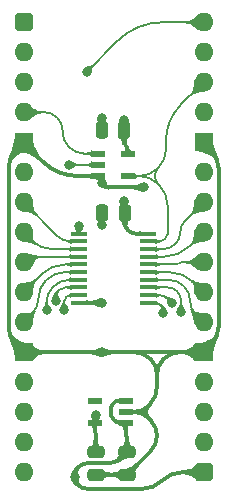
<source format=gtl>
%TF.GenerationSoftware,KiCad,Pcbnew,9.0.7-9.0.7~ubuntu24.04.1*%
%TF.CreationDate,2026-01-24T10:38:13+02:00*%
%TF.ProjectId,Main Data Buffer,4d61696e-2044-4617-9461-204275666665,V0*%
%TF.SameCoordinates,Original*%
%TF.FileFunction,Copper,L1,Top*%
%TF.FilePolarity,Positive*%
%FSLAX46Y46*%
G04 Gerber Fmt 4.6, Leading zero omitted, Abs format (unit mm)*
G04 Created by KiCad (PCBNEW 9.0.7-9.0.7~ubuntu24.04.1) date 2026-01-24 10:38:13*
%MOMM*%
%LPD*%
G01*
G04 APERTURE LIST*
G04 Aperture macros list*
%AMRoundRect*
0 Rectangle with rounded corners*
0 $1 Rounding radius*
0 $2 $3 $4 $5 $6 $7 $8 $9 X,Y pos of 4 corners*
0 Add a 4 corners polygon primitive as box body*
4,1,4,$2,$3,$4,$5,$6,$7,$8,$9,$2,$3,0*
0 Add four circle primitives for the rounded corners*
1,1,$1+$1,$2,$3*
1,1,$1+$1,$4,$5*
1,1,$1+$1,$6,$7*
1,1,$1+$1,$8,$9*
0 Add four rect primitives between the rounded corners*
20,1,$1+$1,$2,$3,$4,$5,0*
20,1,$1+$1,$4,$5,$6,$7,0*
20,1,$1+$1,$6,$7,$8,$9,0*
20,1,$1+$1,$8,$9,$2,$3,0*%
G04 Aperture macros list end*
%TA.AperFunction,SMDPad,CuDef*%
%ADD10RoundRect,0.250000X0.250000X0.475000X-0.250000X0.475000X-0.250000X-0.475000X0.250000X-0.475000X0*%
%TD*%
%TA.AperFunction,SMDPad,CuDef*%
%ADD11RoundRect,0.250000X-0.475000X0.250000X-0.475000X-0.250000X0.475000X-0.250000X0.475000X0.250000X0*%
%TD*%
%TA.AperFunction,ComponentPad*%
%ADD12RoundRect,0.400000X-0.400000X-0.400000X0.400000X-0.400000X0.400000X0.400000X-0.400000X0.400000X0*%
%TD*%
%TA.AperFunction,ComponentPad*%
%ADD13O,1.600000X1.600000*%
%TD*%
%TA.AperFunction,ComponentPad*%
%ADD14R,1.600000X1.600000*%
%TD*%
%TA.AperFunction,SMDPad,CuDef*%
%ADD15R,1.475000X0.450000*%
%TD*%
%TA.AperFunction,SMDPad,CuDef*%
%ADD16R,1.150000X0.600000*%
%TD*%
%TA.AperFunction,SMDPad,CuDef*%
%ADD17R,1.250000X0.600000*%
%TD*%
%TA.AperFunction,ViaPad*%
%ADD18C,0.800000*%
%TD*%
%TA.AperFunction,Conductor*%
%ADD19C,0.380000*%
%TD*%
%TA.AperFunction,Conductor*%
%ADD20C,0.200000*%
%TD*%
G04 APERTURE END LIST*
D10*
%TO.P,C1,1*%
%TO.N,/3.3V*%
X8554000Y-16129000D03*
%TO.P,C1,2*%
%TO.N,GND*%
X6654000Y-16129000D03*
%TD*%
D11*
%TO.P,C8,1*%
%TO.N,5V*%
X8763000Y-36404000D03*
%TO.P,C8,2*%
%TO.N,GND*%
X8763000Y-38304000D03*
%TD*%
D12*
%TO.P,J5,1*%
%TO.N,5V*%
X0Y0D03*
D13*
%TO.P,J5,2*%
%TO.N,~{Memory A}*%
X0Y-2540000D03*
%TO.P,J5,3*%
%TO.N,unconnected-(J5-Pad3)*%
X0Y-5080000D03*
%TO.P,J5,4*%
%TO.N,~{Memory B}*%
X0Y-7620000D03*
D14*
%TO.P,J5,5*%
%TO.N,GND*%
X0Y-10160000D03*
D13*
%TO.P,J5,6*%
%TO.N,unconnected-(J5-Pad6)*%
X0Y-12700000D03*
%TO.P,J5,7*%
%TO.N,DM7*%
X0Y-15240000D03*
%TO.P,J5,8*%
%TO.N,DM6*%
X0Y-17780000D03*
%TO.P,J5,9*%
%TO.N,DM5*%
X0Y-20320000D03*
%TO.P,J5,10*%
%TO.N,DM4*%
X0Y-22860000D03*
%TO.P,J5,11*%
%TO.N,DM3*%
X0Y-25400000D03*
D14*
%TO.P,J5,12*%
%TO.N,GND*%
X0Y-27940000D03*
D13*
%TO.P,J5,13*%
%TO.N,DM2*%
X0Y-30480000D03*
%TO.P,J5,14*%
%TO.N,DM1*%
X0Y-33020000D03*
%TO.P,J5,15*%
%TO.N,DM0*%
X0Y-35560000D03*
%TO.P,J5,16*%
%TO.N,unconnected-(J5-Pad16)*%
X0Y-38100000D03*
D12*
%TO.P,J5,17*%
%TO.N,5V*%
X15240000Y-38100000D03*
D13*
%TO.P,J5,18*%
%TO.N,DS0*%
X15240000Y-35560000D03*
%TO.P,J5,19*%
%TO.N,DS1*%
X15240000Y-33020000D03*
%TO.P,J5,20*%
%TO.N,DS2*%
X15240000Y-30480000D03*
D14*
%TO.P,J5,21*%
%TO.N,GND*%
X15240000Y-27940000D03*
D13*
%TO.P,J5,22*%
%TO.N,DS3*%
X15240000Y-25400000D03*
%TO.P,J5,23*%
%TO.N,DS4*%
X15240000Y-22860000D03*
%TO.P,J5,24*%
%TO.N,DS5*%
X15240000Y-20320000D03*
%TO.P,J5,25*%
%TO.N,DS6*%
X15240000Y-17780000D03*
%TO.P,J5,26*%
%TO.N,DS7*%
X15240000Y-15240000D03*
%TO.P,J5,27*%
%TO.N,unconnected-(J5-Pad27)*%
X15240000Y-12700000D03*
D14*
%TO.P,J5,28*%
%TO.N,GND*%
X15240000Y-10160000D03*
D13*
%TO.P,J5,29*%
%TO.N,unconnected-(J5-Pad29)*%
X15240000Y-7620000D03*
%TO.P,J5,30*%
%TO.N,~{Memory A\u2022B}*%
X15240000Y-5080000D03*
%TO.P,J5,31*%
%TO.N,unconnected-(J5-Pad31)*%
X15240000Y-2540000D03*
%TO.P,J5,32*%
%TO.N,~{Main RD}*%
X15240000Y0D03*
%TD*%
D15*
%TO.P,IC6,1,DIR*%
%TO.N,~{Main RD}*%
X4682000Y-17903000D03*
%TO.P,IC6,2,A0*%
%TO.N,DM7*%
X4682000Y-18553000D03*
%TO.P,IC6,3,A1*%
%TO.N,DM6*%
X4682000Y-19203000D03*
%TO.P,IC6,4,A2*%
%TO.N,DM5*%
X4682000Y-19853000D03*
%TO.P,IC6,5,A3*%
%TO.N,DM4*%
X4682000Y-20503000D03*
%TO.P,IC6,6,A4*%
%TO.N,DM3*%
X4682000Y-21153000D03*
%TO.P,IC6,7,A5*%
%TO.N,DM2*%
X4682000Y-21803000D03*
%TO.P,IC6,8,A6*%
%TO.N,DM1*%
X4682000Y-22453000D03*
%TO.P,IC6,9,A7*%
%TO.N,DM0*%
X4682000Y-23103000D03*
%TO.P,IC6,10,GND*%
%TO.N,GND*%
X4682000Y-23753000D03*
%TO.P,IC6,11,B7*%
%TO.N,DS0*%
X10558000Y-23753000D03*
%TO.P,IC6,12,B6*%
%TO.N,DS1*%
X10558000Y-23103000D03*
%TO.P,IC6,13,B5*%
%TO.N,DS2*%
X10558000Y-22453000D03*
%TO.P,IC6,14,B4*%
%TO.N,DS3*%
X10558000Y-21803000D03*
%TO.P,IC6,15,B3*%
%TO.N,DS4*%
X10558000Y-21153000D03*
%TO.P,IC6,16,B2*%
%TO.N,DS5*%
X10558000Y-20503000D03*
%TO.P,IC6,17,B1*%
%TO.N,DS6*%
X10558000Y-19853000D03*
%TO.P,IC6,18,B0*%
%TO.N,DS7*%
X10558000Y-19203000D03*
%TO.P,IC6,19,~{OE}*%
%TO.N,~{Memory A\u2022B}*%
X10558000Y-18553000D03*
%TO.P,IC6,20,3V*%
%TO.N,/3.3V*%
X10558000Y-17903000D03*
%TD*%
D11*
%TO.P,C9,1*%
%TO.N,/3.3V*%
X6096000Y-36404000D03*
%TO.P,C9,2*%
%TO.N,GND*%
X6096000Y-38304000D03*
%TD*%
D16*
%TO.P,IC5,1,6VIn*%
%TO.N,5V*%
X8640600Y-33944600D03*
%TO.P,IC5,2,GND*%
%TO.N,GND*%
X8640600Y-32994600D03*
%TO.P,IC5,3,EN*%
%TO.N,5V*%
X8640600Y-32044600D03*
%TO.P,IC5,4,ADJ*%
%TO.N,unconnected-(IC5-ADJ-Pad4)*%
X6040600Y-32044600D03*
%TO.P,IC5,5,3.3VOut*%
%TO.N,/3.3V*%
X6040600Y-33944600D03*
%TD*%
D17*
%TO.P,IC7,1,B*%
%TO.N,~{Memory B}*%
X6325000Y-11115000D03*
%TO.P,IC7,2,A*%
%TO.N,~{Memory A}*%
X6325000Y-12065000D03*
%TO.P,IC7,3,GND*%
%TO.N,GND*%
X6325000Y-13015000D03*
%TO.P,IC7,4,Y*%
%TO.N,~{Memory A\u2022B}*%
X8825000Y-13015000D03*
%TO.P,IC7,5,3V*%
%TO.N,/3.3V*%
X8825000Y-11115000D03*
%TD*%
D10*
%TO.P,C2,1*%
%TO.N,/3.3V*%
X8509000Y-9144000D03*
%TO.P,C2,2*%
%TO.N,GND*%
X6609000Y-9144000D03*
%TD*%
D18*
%TO.N,GND*%
X10160000Y-13970000D03*
%TO.N,~{Memory A}*%
X3810000Y-12065000D03*
%TO.N,~{Main RD}*%
X4699000Y-17272000D03*
X5334000Y-4191000D03*
%TO.N,DS0*%
X11811000Y-24638000D03*
%TO.N,DS1*%
X12573000Y-23749000D03*
%TO.N,DS2*%
X13335000Y-24511000D03*
%TO.N,5V*%
X4318000Y-38481000D03*
%TO.N,GND*%
X6604000Y-27940000D03*
%TO.N,DM0*%
X3457150Y-24327989D03*
%TO.N,DM1*%
X2740294Y-23560771D03*
%TO.N,DM2*%
X1957150Y-24373969D03*
%TO.N,GND*%
X6604000Y-8128000D03*
X6604000Y-13589000D03*
X6604000Y-23749000D03*
X6604000Y-17145000D03*
%TO.N,/3.3V*%
X8509000Y-8255000D03*
X8509000Y-15113000D03*
X6096000Y-33274000D03*
%TD*%
D19*
%TO.N,/3.3V*%
X6068300Y-33301700D02*
G75*
G03*
X6040589Y-33368573I66900J-66900D01*
G01*
X8509000Y-10063554D02*
G75*
G03*
X8666987Y-10445013I539400J-46D01*
G01*
X6040600Y-34703426D02*
G75*
G03*
X6068308Y-34770292I94600J26D01*
G01*
X8667000Y-10445000D02*
G75*
G02*
X8824981Y-10826445I-381400J-381400D01*
G01*
X8531500Y-16106500D02*
G75*
G02*
X8553992Y-16160819I-54300J-54300D01*
G01*
X6068300Y-34770300D02*
G75*
G02*
X6096011Y-34837173I-66900J-66900D01*
G01*
X8509000Y-16052180D02*
G75*
G03*
X8531494Y-16106506I76800J-20D01*
G01*
X8554000Y-16902635D02*
G75*
G03*
X8846999Y-17610001I1000360J-5D01*
G01*
X8847000Y-17610000D02*
G75*
G03*
X9554364Y-17903015I707400J707400D01*
G01*
%TO.N,5V*%
X8699500Y-34988500D02*
G75*
G02*
X8762999Y-35141802I-153300J-153300D01*
G01*
X7620000Y-32258000D02*
G75*
G03*
X7366004Y-32871210I613200J-613200D01*
G01*
X4497605Y-37793394D02*
G75*
G03*
X4317996Y-38227000I433595J-433606D01*
G01*
X5402012Y-37338000D02*
G75*
G03*
X4635496Y-37655496I-12J-1084000D01*
G01*
X8296000Y-36871000D02*
G75*
G02*
X7168562Y-37337998I-1127440J1127450D01*
G01*
X8638300Y-34922700D02*
G75*
G03*
X8638300Y-34927300I2300J-2300D01*
G01*
X4318000Y-38671500D02*
G75*
G03*
X4452705Y-38996701I459900J0D01*
G01*
X7894300Y-32024300D02*
G75*
G03*
X7853700Y-32024300I-20300J-20298D01*
G01*
X4635500Y-39179500D02*
G75*
G03*
X5402012Y-39496995I766500J766500D01*
G01*
X7894300Y-32024300D02*
G75*
G03*
X7943308Y-32044596I49000J49000D01*
G01*
X7366000Y-32975646D02*
G75*
G03*
X7649799Y-33660801I968950J-4D01*
G01*
X13433828Y-38100000D02*
G75*
G03*
X11747492Y-38798492I-28J-2384800D01*
G01*
X7683637Y-33694637D02*
G75*
G03*
X8287100Y-33944607I603463J603437D01*
G01*
X11747500Y-38798500D02*
G75*
G02*
X10061171Y-39496998I-1686330J1686340D01*
G01*
X8640600Y-34917147D02*
G75*
G02*
X8638286Y-34922686I-7900J47D01*
G01*
%TO.N,GND*%
X1628169Y-11788169D02*
G75*
G03*
X4590000Y-13015000I2961831J2961829D01*
G01*
X635000Y-10795000D02*
G75*
G03*
X-634998Y-10795000I-634999J-634997D01*
G01*
X6604000Y-9135464D02*
G75*
G03*
X6606490Y-9141510I8500J-36D01*
G01*
X15875000Y-10795000D02*
G75*
G02*
X16509989Y-12328025I-1533000J-1533000D01*
G01*
X11303000Y-35001600D02*
G75*
G02*
X10763902Y-36303099I-1840600J0D01*
G01*
X10763901Y-33700101D02*
G75*
G02*
X11302999Y-35001600I-1301501J-1301499D01*
G01*
X6602000Y-23751000D02*
G75*
G02*
X6597171Y-23752988I-4800J4800D01*
G01*
X11303000Y-30869934D02*
G75*
G02*
X10680699Y-32372299I-2124670J4D01*
G01*
X-1270000Y-25771974D02*
G75*
G03*
X-634998Y-27304999I2168030J4D01*
G01*
X15875000Y-27305000D02*
G75*
G02*
X14341974Y-27939989I-1533000J1533000D01*
G01*
X-634999Y-10795000D02*
G75*
G03*
X-1270001Y-12328025I1533029J-1533030D01*
G01*
X6629000Y-16154000D02*
G75*
G03*
X6603982Y-16214355I60400J-60400D01*
G01*
X6499701Y-13189701D02*
G75*
G02*
X6603999Y-13441500I-251801J-251799D01*
G01*
X9349500Y-32994600D02*
G75*
G03*
X10559660Y-32493325I0J1711400D01*
G01*
X10559667Y-33495867D02*
G75*
G03*
X9349500Y-32994589I-1210167J-1210133D01*
G01*
X10559667Y-32493332D02*
G75*
G03*
X10559666Y-33495868I501263J-501268D01*
G01*
X6794500Y-13779500D02*
G75*
G03*
X7254407Y-13969997I459900J459900D01*
G01*
X11303000Y-29845000D02*
G75*
G03*
X9398000Y-27940000I-1905000J0D01*
G01*
X13208000Y-27940000D02*
G75*
G03*
X11303000Y-29845000I0J-1905000D01*
G01*
X6464500Y-13154500D02*
G75*
G03*
X6127717Y-13014993I-336800J-336800D01*
G01*
X16510000Y-25771974D02*
G75*
G02*
X15875001Y-27305001I-2168040J4D01*
G01*
X9398000Y-27940000D02*
X13208000Y-27940000D01*
X7254407Y-13970000D02*
X10160000Y-13970000D01*
D20*
%TO.N,~{Main RD}*%
X4690500Y-17280500D02*
G75*
G03*
X4682009Y-17301020I20500J-20500D01*
G01*
X11778963Y0D02*
G75*
G03*
X7931206Y-1593791I-3J-5441550D01*
G01*
%TO.N,~{Memory B}*%
X3302000Y-9271000D02*
G75*
G03*
X3840821Y-10571809I1839600J0D01*
G01*
X2857500Y-8064500D02*
G75*
G02*
X3302001Y-9137617I-1073120J-1073120D01*
G01*
X2857500Y-8064500D02*
G75*
G03*
X1784382Y-7620003I-1073110J-1073110D01*
G01*
X3843000Y-10574000D02*
G75*
G03*
X5149089Y-11115004I1306100J1306100D01*
G01*
%TO.N,~{Memory A\u2022B}*%
X11996000Y-18357000D02*
G75*
G02*
X11522814Y-18553006I-473200J473200D01*
G01*
X12065000Y-10742840D02*
G75*
G02*
X11399500Y-12349500I-2272160J0D01*
G01*
X13277334Y-7042665D02*
G75*
G03*
X12065008Y-9969500I2926866J-2926835D01*
G01*
X9792840Y-13015000D02*
G75*
G03*
X11399500Y-12349500I0J2272160D01*
G01*
X11399500Y-13680500D02*
G75*
G03*
X9792840Y-13014997I-1606660J-1606650D01*
G01*
X11399500Y-12349500D02*
G75*
G03*
X11399500Y-13680500I665500J-665500D01*
G01*
X11463000Y-13744000D02*
G75*
G02*
X12192016Y-15503961I-1760000J-1760000D01*
G01*
X12192000Y-17883814D02*
G75*
G02*
X11995996Y-18356996I-669200J14D01*
G01*
%TO.N,DS6*%
X14089420Y-18930579D02*
G75*
G02*
X11862500Y-19852997I-2226920J2226929D01*
G01*
%TO.N,DS2*%
X13004500Y-22783500D02*
G75*
G03*
X12206602Y-22452999I-797900J-797900D01*
G01*
X13004500Y-22783500D02*
G75*
G02*
X13335001Y-23581397I-797900J-797900D01*
G01*
%TO.N,DM2*%
X2465954Y-22426044D02*
G75*
G03*
X1957149Y-23654409I1228346J-1228356D01*
G01*
X3885500Y-21803000D02*
G75*
G03*
X2525794Y-22366215I0J-1922900D01*
G01*
%TO.N,DM7*%
X2828985Y-18068985D02*
G75*
G03*
X3997500Y-18553000I1168515J1168515D01*
G01*
%TO.N,DS3*%
X13603085Y-22366085D02*
G75*
G02*
X14097008Y-23558500I-1192385J-1192415D01*
G01*
X14097000Y-23558500D02*
G75*
G03*
X14590920Y-24750908I1686300J0D01*
G01*
X13568500Y-22331500D02*
G75*
G03*
X12292588Y-21803005I-1275900J-1275900D01*
G01*
%TO.N,DM4*%
X3519500Y-20503000D02*
G75*
G03*
X1534993Y-21325016I0J-2806500D01*
G01*
%TO.N,DM5*%
X797218Y-19853000D02*
G75*
G03*
X233497Y-20086497I-8J-797210D01*
G01*
%TO.N,DM1*%
X3526768Y-22453000D02*
G75*
G03*
X2970649Y-22683355I2J-786470D01*
G01*
X2969066Y-22684933D02*
G75*
G03*
X2740329Y-23237238I552334J-552267D01*
G01*
%TO.N,DM3*%
X1853716Y-21895283D02*
G75*
G03*
X1269995Y-23304500I1409204J-1409217D01*
G01*
X3533623Y-21153000D02*
G75*
G03*
X1932999Y-21815999I-3J-2263620D01*
G01*
X1270000Y-23304500D02*
G75*
G02*
X686283Y-24713716I-1992942J5D01*
G01*
%TO.N,DS0*%
X11622500Y-23941500D02*
G75*
G03*
X11167420Y-23752991I-455100J-455100D01*
G01*
X11631394Y-23950394D02*
G75*
G02*
X11811003Y-24384000I-433594J-433606D01*
G01*
%TO.N,DS1*%
X12250000Y-23426000D02*
G75*
G03*
X11470209Y-23102996I-779800J-779800D01*
G01*
%TO.N,DM0*%
X3986950Y-23103000D02*
G75*
G03*
X3612300Y-23258150I-50J-529800D01*
G01*
X3612325Y-23258175D02*
G75*
G03*
X3457136Y-23632800I374575J-374625D01*
G01*
%TO.N,DS5*%
X13116500Y-20411500D02*
G75*
G02*
X12895599Y-20503000I-220900J220900D01*
G01*
X13337400Y-20320000D02*
G75*
G03*
X13116500Y-20411500I0J-312400D01*
G01*
%TO.N,DS7*%
X12845749Y-18777249D02*
G75*
G02*
X11817898Y-19202998I-1027849J1027849D01*
G01*
X13271500Y-17780000D02*
G75*
G02*
X12867384Y-18755607I-1379700J0D01*
G01*
X13675611Y-16804388D02*
G75*
G03*
X13271493Y-17780000I975589J-975612D01*
G01*
%TO.N,DM6*%
X711500Y-18491500D02*
G75*
G03*
X2429212Y-19202999I1717710J1717710D01*
G01*
%TO.N,DS4*%
X14386500Y-22006500D02*
G75*
G03*
X12325968Y-21153013I-2060500J-2060500D01*
G01*
D19*
%TO.N,GND*%
X6794500Y-13779500D02*
X6604000Y-13589000D01*
X1628169Y-11788169D02*
X635000Y-10795000D01*
X4590000Y-13015000D02*
X6127717Y-13015000D01*
D20*
%TO.N,~{Memory B}*%
X5149089Y-11115000D02*
X6325000Y-11115000D01*
X3840815Y-10571815D02*
X3843000Y-10574000D01*
X3302000Y-9271000D02*
X3302000Y-9137617D01*
X1784382Y-7620000D02*
X0Y-7620000D01*
%TO.N,~{Memory A}*%
X3810000Y-12065000D02*
X6325000Y-12065000D01*
%TO.N,~{Memory A\u2022B}*%
X11522814Y-18553000D02*
X10558000Y-18553000D01*
X12192000Y-15503961D02*
X12192000Y-17883814D01*
X11399500Y-13680500D02*
X11463000Y-13744000D01*
X13277334Y-7042665D02*
X15240000Y-5080000D01*
X12065000Y-10742840D02*
X12065000Y-9969500D01*
X9792840Y-13015000D02*
X8825000Y-13015000D01*
%TO.N,~{Main RD}*%
X4682000Y-17301020D02*
X4682000Y-17903000D01*
X4690500Y-17280500D02*
X4699000Y-17272000D01*
X5334000Y-4191000D02*
X7931207Y-1593792D01*
X11778963Y0D02*
X15240000Y0D01*
%TO.N,DS0*%
X11167420Y-23753000D02*
X10558000Y-23753000D01*
X11622500Y-23941500D02*
X11631394Y-23950394D01*
X11811000Y-24384000D02*
X11811000Y-24638000D01*
%TO.N,DS1*%
X12573000Y-23749000D02*
X12250000Y-23426000D01*
X11470209Y-23103000D02*
X10558000Y-23103000D01*
%TO.N,DS2*%
X12206602Y-22453000D02*
X10558000Y-22453000D01*
X13335000Y-24511000D02*
X13335000Y-23581397D01*
%TO.N,DS3*%
X12292588Y-21803000D02*
X10558000Y-21803000D01*
X13603085Y-22366085D02*
X13568500Y-22331500D01*
X14590914Y-24750914D02*
X15240000Y-25400000D01*
%TO.N,DS4*%
X12325968Y-21153000D02*
X10558000Y-21153000D01*
X14386500Y-22006500D02*
X15240000Y-22860000D01*
%TO.N,DS5*%
X12895599Y-20503000D02*
X10558000Y-20503000D01*
X13337400Y-20320000D02*
X15240000Y-20320000D01*
%TO.N,DS7*%
X11817898Y-19203000D02*
X10558000Y-19203000D01*
X12845749Y-18777249D02*
X12867388Y-18755611D01*
X13675611Y-16804388D02*
X15240000Y-15240000D01*
%TO.N,DS6*%
X11862500Y-19853000D02*
X10558000Y-19853000D01*
X14089420Y-18930579D02*
X15240000Y-17780000D01*
D19*
%TO.N,5V*%
X4318000Y-38671500D02*
X4318000Y-38481000D01*
X8296000Y-36871000D02*
X8763000Y-36404000D01*
X5402012Y-37338000D02*
X7168562Y-37338000D01*
X4452703Y-38996703D02*
X4635500Y-39179500D01*
X4497605Y-37793394D02*
X4635500Y-37655500D01*
X4318000Y-38227000D02*
X4318000Y-38481000D01*
X5402012Y-39497000D02*
X10061171Y-39497000D01*
X13433828Y-38100000D02*
X15240000Y-38100000D01*
X8287100Y-33944600D02*
X8640600Y-33944600D01*
X7366000Y-32871210D02*
X7366000Y-32975646D01*
X7649800Y-33660800D02*
X7683637Y-33694637D01*
X7620000Y-32258000D02*
X7853700Y-32024300D01*
X7943308Y-32044600D02*
X8640600Y-32044600D01*
X8640600Y-33944600D02*
X8640600Y-34917147D01*
X8699500Y-34988500D02*
X8638300Y-34927300D01*
X8763000Y-35141802D02*
X8763000Y-36404000D01*
%TO.N,/3.3V*%
X6096000Y-34837173D02*
X6096000Y-36404000D01*
X6040600Y-33944600D02*
X6040600Y-34703426D01*
%TO.N,GND*%
X8763000Y-38304000D02*
X6096000Y-38304000D01*
X10763901Y-36303098D02*
X8763000Y-38304000D01*
X10763901Y-33700101D02*
X10559667Y-33495867D01*
X6604000Y-27940000D02*
X9398000Y-27940000D01*
X9349500Y-32994600D02*
X8640600Y-32994600D01*
X10680699Y-32372299D02*
X10559667Y-32493332D01*
X11303000Y-30869934D02*
X11303000Y-29845000D01*
X14341974Y-27940000D02*
X13208000Y-27940000D01*
X6604000Y-27940000D02*
X0Y-27940000D01*
D20*
%TO.N,DM1*%
X3526768Y-22453000D02*
X4682000Y-22453000D01*
X2970646Y-22683352D02*
X2969066Y-22684933D01*
X2740294Y-23560771D02*
X2740294Y-23237238D01*
%TO.N,DM2*%
X3885500Y-21803000D02*
X4682000Y-21803000D01*
X2465954Y-22426044D02*
X2525789Y-22366210D01*
X1957150Y-24373969D02*
X1957150Y-23654409D01*
%TO.N,DM3*%
X3533623Y-21153000D02*
X4682000Y-21153000D01*
X1853716Y-21895283D02*
X1933000Y-21816000D01*
X686283Y-24713716D02*
X0Y-25400000D01*
%TO.N,DM0*%
X3457150Y-24327989D02*
X3457150Y-23632800D01*
X3986950Y-23103000D02*
X4682000Y-23103000D01*
D19*
%TO.N,GND*%
X6604000Y-9135464D02*
X6604000Y-8128000D01*
X6606500Y-9141500D02*
X6609000Y-9144000D01*
X6499701Y-13189701D02*
X6464500Y-13154500D01*
X6604000Y-13441500D02*
X6604000Y-13589000D01*
X6597171Y-23753000D02*
X4682000Y-23753000D01*
X6602000Y-23751000D02*
X6604000Y-23749000D01*
X6629000Y-16154000D02*
X6654000Y-16129000D01*
X6604000Y-16214355D02*
X6604000Y-17145000D01*
D20*
%TO.N,DM5*%
X797218Y-19853000D02*
X4682000Y-19853000D01*
X233500Y-20086500D02*
X0Y-20320000D01*
%TO.N,DM4*%
X1534988Y-21325011D02*
X0Y-22860000D01*
X3519500Y-20503000D02*
X4682000Y-20503000D01*
D19*
%TO.N,/3.3V*%
X8509000Y-10063554D02*
X8509000Y-9144000D01*
X8825000Y-10826445D02*
X8825000Y-11115000D01*
X8509000Y-8255000D02*
X8509000Y-9144000D01*
X6040600Y-33368573D02*
X6040600Y-33944600D01*
X8509000Y-15113000D02*
X8509000Y-16052180D01*
X6068300Y-33301700D02*
X6096000Y-33274000D01*
X8554000Y-16160819D02*
X8554000Y-16902635D01*
X9554364Y-17903000D02*
X10558000Y-17903000D01*
D20*
%TO.N,DM6*%
X711500Y-18491500D02*
X0Y-17780000D01*
X2429212Y-19203000D02*
X4682000Y-19203000D01*
%TO.N,DM7*%
X2828985Y-18068985D02*
X0Y-15240000D01*
X3997500Y-18553000D02*
X4682000Y-18553000D01*
D19*
%TO.N,GND*%
X15875000Y-10795000D02*
X15240000Y-10160000D01*
X16510000Y-12328025D02*
X16510000Y-25771974D01*
X-1270000Y-25771974D02*
X-1270000Y-12328025D01*
X-634999Y-27305000D02*
X0Y-27940000D01*
%TD*%
%TA.AperFunction,Conductor*%
%TO.N,/3.3V*%
G36*
X8903923Y-10449169D02*
G01*
X8905183Y-10452355D01*
X8921896Y-10523831D01*
X8921877Y-10523835D01*
X8921910Y-10523894D01*
X8946461Y-10631598D01*
X8946463Y-10631603D01*
X8986528Y-10740884D01*
X8986529Y-10740886D01*
X9030595Y-10796691D01*
X9030597Y-10796693D01*
X9067122Y-10809370D01*
X9073814Y-10815320D01*
X9074339Y-10824259D01*
X9072170Y-10828037D01*
X8833134Y-11106956D01*
X8825148Y-11111007D01*
X8816637Y-11108226D01*
X8497144Y-10832800D01*
X8493115Y-10824802D01*
X8495921Y-10816299D01*
X8503621Y-10812296D01*
X8527452Y-10809922D01*
X8562333Y-10796038D01*
X8583696Y-10775375D01*
X8594098Y-10749962D01*
X8592248Y-10692989D01*
X8577239Y-10641337D01*
X8575487Y-10636034D01*
X8576144Y-10627106D01*
X8580744Y-10622233D01*
X8887941Y-10444885D01*
X8896819Y-10443718D01*
X8903923Y-10449169D01*
G37*
%TD.AperFunction*%
%TD*%
%TA.AperFunction,Conductor*%
%TO.N,5V*%
G36*
X4415803Y-37623053D02*
G01*
X4416077Y-37623319D01*
X4668981Y-37876226D01*
X4672408Y-37884498D01*
X4669999Y-37891609D01*
X4611078Y-37968599D01*
X4611077Y-37968600D01*
X4591965Y-38044091D01*
X4591964Y-38044095D01*
X4605652Y-38117831D01*
X4605654Y-38117840D01*
X4638910Y-38197723D01*
X4666522Y-38261021D01*
X4666980Y-38262255D01*
X4706503Y-38390591D01*
X4705663Y-38399507D01*
X4698765Y-38405217D01*
X4697619Y-38405507D01*
X4322070Y-38480749D01*
X4313285Y-38479014D01*
X4313248Y-38478989D01*
X3994716Y-38265022D01*
X3989759Y-38257564D01*
X3991256Y-38249209D01*
X4083579Y-38098162D01*
X4145553Y-37977189D01*
X4157202Y-37953436D01*
X4157546Y-37952792D01*
X4241876Y-37806097D01*
X4242791Y-37804739D01*
X4309390Y-37719703D01*
X4310055Y-37718927D01*
X4399265Y-37623600D01*
X4407420Y-37619902D01*
X4415803Y-37623053D01*
G37*
%TD.AperFunction*%
%TD*%
%TA.AperFunction,Conductor*%
%TO.N,5V*%
G36*
X8756177Y-36403152D02*
G01*
X8764262Y-36406997D01*
X8766558Y-36410797D01*
X8942767Y-36889710D01*
X8942408Y-36898658D01*
X8935827Y-36904730D01*
X8932863Y-36905400D01*
X8816233Y-36916173D01*
X8816226Y-36916174D01*
X8678911Y-36950934D01*
X8678892Y-36950940D01*
X8539678Y-37003213D01*
X8539656Y-37003223D01*
X8402145Y-37067947D01*
X8146686Y-37214493D01*
X8146673Y-37214501D01*
X7952427Y-37342802D01*
X7943635Y-37344502D01*
X7936216Y-37339487D01*
X7935554Y-37338351D01*
X7872450Y-37214501D01*
X7773435Y-37020173D01*
X7772734Y-37011247D01*
X7776808Y-37005528D01*
X7810267Y-36980253D01*
X7927401Y-36860641D01*
X8012697Y-36728438D01*
X8058410Y-36600518D01*
X8066564Y-36480428D01*
X8041844Y-36381804D01*
X8043157Y-36372945D01*
X8050348Y-36367610D01*
X8053786Y-36367274D01*
X8756177Y-36403152D01*
G37*
%TD.AperFunction*%
%TD*%
%TA.AperFunction,Conductor*%
%TO.N,5V*%
G36*
X4706671Y-38407173D02*
G01*
X4711631Y-38414629D01*
X4711773Y-38415539D01*
X4720818Y-38493472D01*
X4720883Y-38495367D01*
X4717256Y-38573071D01*
X4716992Y-38575057D01*
X4687697Y-38707225D01*
X4687567Y-38707753D01*
X4675636Y-38751781D01*
X4662850Y-38846761D01*
X4662850Y-38846766D01*
X4668543Y-38889259D01*
X4684354Y-38933347D01*
X4715048Y-38983524D01*
X4755408Y-39029673D01*
X4758275Y-39038156D01*
X4754874Y-39045648D01*
X4502168Y-39298354D01*
X4493895Y-39301781D01*
X4485638Y-39298371D01*
X4454859Y-39267715D01*
X4409612Y-39222646D01*
X4350989Y-39164271D01*
X4350628Y-39163894D01*
X4227351Y-39029673D01*
X4177857Y-38975785D01*
X4176922Y-38974627D01*
X3992314Y-38713009D01*
X3990344Y-38704273D01*
X3995128Y-38696703D01*
X3995247Y-38696621D01*
X4315340Y-38481604D01*
X4319598Y-38479839D01*
X4697892Y-38405408D01*
X4706671Y-38407173D01*
G37*
%TD.AperFunction*%
%TD*%
%TA.AperFunction,Conductor*%
%TO.N,5V*%
G36*
X7910656Y-33633683D02*
G01*
X7964536Y-33656810D01*
X8139780Y-33706217D01*
X8319405Y-33721579D01*
X8495588Y-33701354D01*
X8649328Y-33650192D01*
X8658259Y-33650831D01*
X8664122Y-33657599D01*
X8664682Y-33662251D01*
X8642057Y-33937534D01*
X8637964Y-33945499D01*
X8634200Y-33947640D01*
X8077974Y-34138873D01*
X8069036Y-34138322D01*
X8063106Y-34131613D01*
X8062755Y-34130375D01*
X8059152Y-34114217D01*
X8041158Y-34088610D01*
X7978626Y-34045863D01*
X7978624Y-34045862D01*
X7894208Y-34011997D01*
X7894185Y-34011989D01*
X7804208Y-33984156D01*
X7803923Y-33984064D01*
X7705069Y-33950687D01*
X7698327Y-33944794D01*
X7697727Y-33935859D01*
X7699080Y-33933108D01*
X7896317Y-33637933D01*
X7903761Y-33632960D01*
X7910656Y-33633683D01*
G37*
%TD.AperFunction*%
%TD*%
%TA.AperFunction,Conductor*%
%TO.N,GND*%
G36*
X16033737Y-9891079D02*
G01*
X16039657Y-9897798D01*
X16040285Y-9901376D01*
X16041596Y-9975194D01*
X16056196Y-10128822D01*
X16056196Y-10128825D01*
X16083948Y-10289980D01*
X16083951Y-10289995D01*
X16133168Y-10494320D01*
X16195678Y-10701033D01*
X16285199Y-10950583D01*
X16285204Y-10950594D01*
X16382653Y-11187216D01*
X16489380Y-11418234D01*
X16582582Y-11599074D01*
X16583326Y-11607998D01*
X16577542Y-11614834D01*
X16575210Y-11615735D01*
X16230400Y-11708122D01*
X16221522Y-11706953D01*
X16217554Y-11703184D01*
X16157816Y-11611009D01*
X16137734Y-11586788D01*
X16086051Y-11524453D01*
X16086045Y-11524447D01*
X16086041Y-11524442D01*
X16000720Y-11438704D01*
X16000715Y-11438699D01*
X16000714Y-11438698D01*
X16000710Y-11438694D01*
X15902148Y-11354467D01*
X15792608Y-11274249D01*
X15792605Y-11274247D01*
X15792602Y-11274245D01*
X15556159Y-11137041D01*
X15311982Y-11037644D01*
X15311980Y-11037643D01*
X15073768Y-10979012D01*
X14865764Y-10961438D01*
X14857809Y-10957327D01*
X14855091Y-10948795D01*
X14856234Y-10944650D01*
X15237612Y-10163397D01*
X15244317Y-10157469D01*
X16024802Y-9890514D01*
X16033737Y-9891079D01*
G37*
%TD.AperFunction*%
%TD*%
%TA.AperFunction,Conductor*%
%TO.N,GND*%
G36*
X-981410Y-26393057D02*
G01*
X-977443Y-26396824D01*
X-941922Y-26451631D01*
X-920181Y-26485179D01*
X-917724Y-26488969D01*
X-845962Y-26575526D01*
X-760619Y-26661289D01*
X-662058Y-26745521D01*
X-552518Y-26825742D01*
X-316077Y-26962955D01*
X-71911Y-27062356D01*
X162726Y-27120113D01*
X166280Y-27120988D01*
X289017Y-27131358D01*
X374257Y-27138561D01*
X382211Y-27142672D01*
X384929Y-27151204D01*
X383785Y-27155352D01*
X2389Y-27936600D01*
X-4319Y-27942530D01*
X-4330Y-27942534D01*
X-4339Y-27942537D01*
X-784800Y-28209465D01*
X-793737Y-28208900D01*
X-799656Y-28202181D01*
X-800284Y-28198603D01*
X-801599Y-28124524D01*
X-801599Y-28124507D01*
X-816202Y-27970901D01*
X-816206Y-27970872D01*
X-843968Y-27809690D01*
X-893194Y-27605346D01*
X-955707Y-27398630D01*
X-1045214Y-27149131D01*
X-1045219Y-27149117D01*
X-1142651Y-26912545D01*
X-1249317Y-26681671D01*
X-1342469Y-26500939D01*
X-1343213Y-26492015D01*
X-1337429Y-26485179D01*
X-1335101Y-26484279D01*
X-990288Y-26391888D01*
X-981410Y-26393057D01*
G37*
%TD.AperFunction*%
%TD*%
%TA.AperFunction,Conductor*%
%TO.N,GND*%
G36*
X14456384Y-27156364D02*
G01*
X15232711Y-27931722D01*
X15236143Y-27939993D01*
X15232721Y-27948268D01*
X15232711Y-27948278D01*
X14459012Y-28721011D01*
X14450737Y-28724433D01*
X14442466Y-28721001D01*
X14439051Y-28713145D01*
X14438917Y-28709341D01*
X14428489Y-28641377D01*
X14407873Y-28577535D01*
X14373626Y-28510309D01*
X14329287Y-28448424D01*
X14266537Y-28382701D01*
X14194580Y-28324430D01*
X14194577Y-28324428D01*
X14194572Y-28324424D01*
X14102197Y-28265851D01*
X14004707Y-28217619D01*
X14004703Y-28217617D01*
X13899347Y-28177589D01*
X13899341Y-28177587D01*
X13797655Y-28149609D01*
X13650266Y-28131275D01*
X13642479Y-28126853D01*
X13640010Y-28119664D01*
X13640010Y-27760555D01*
X13643437Y-27752282D01*
X13650508Y-27748917D01*
X13760610Y-27737568D01*
X13956303Y-27681510D01*
X14133255Y-27595222D01*
X14270392Y-27492916D01*
X14365278Y-27382190D01*
X14421133Y-27265147D01*
X14436548Y-27162895D01*
X14441169Y-27155228D01*
X14449860Y-27153073D01*
X14456384Y-27156364D01*
G37*
%TD.AperFunction*%
%TD*%
%TA.AperFunction,Conductor*%
%TO.N,GND*%
G36*
X-785514Y-9890289D02*
G01*
X-4337Y-10157463D01*
X2379Y-10163380D01*
X125166Y-10414895D01*
X383471Y-10944005D01*
X384021Y-10952943D01*
X378090Y-10959652D01*
X373500Y-10960825D01*
X270153Y-10965624D01*
X270146Y-10965624D01*
X270144Y-10965625D01*
X142835Y-10983082D01*
X142826Y-10983084D01*
X17052Y-11011303D01*
X17032Y-11011309D01*
X-115977Y-11052629D01*
X-115994Y-11052635D01*
X-244878Y-11103885D01*
X-374590Y-11166981D01*
X-374599Y-11166986D01*
X-496995Y-11237980D01*
X-610984Y-11315536D01*
X-610988Y-11315539D01*
X-610993Y-11315543D01*
X-714759Y-11397869D01*
X-878396Y-11561483D01*
X-977377Y-11703575D01*
X-984916Y-11708404D01*
X-990004Y-11708188D01*
X-1334810Y-11615798D01*
X-1341914Y-11610347D01*
X-1343083Y-11601469D01*
X-1342074Y-11598932D01*
X-1332110Y-11580506D01*
X-1332094Y-11580475D01*
X-1140053Y-11181493D01*
X-1140052Y-11181489D01*
X-980237Y-10773878D01*
X-872340Y-10414895D01*
X-814901Y-10119371D01*
X-800973Y-9900617D01*
X-797028Y-9892578D01*
X-788554Y-9889684D01*
X-785514Y-9890289D01*
G37*
%TD.AperFunction*%
%TD*%
%TA.AperFunction,Conductor*%
%TO.N,GND*%
G36*
X6334909Y-13020220D02*
G01*
X6334945Y-13020243D01*
X6779868Y-13299537D01*
X6785054Y-13306838D01*
X6783557Y-13315666D01*
X6779743Y-13319070D01*
X6779751Y-13319080D01*
X6779422Y-13319357D01*
X6778707Y-13319996D01*
X6778611Y-13320042D01*
X6778608Y-13320043D01*
X6778608Y-13320044D01*
X6772836Y-13324914D01*
X6761977Y-13334078D01*
X6750805Y-13382531D01*
X6750805Y-13382535D01*
X6759599Y-13447180D01*
X6759601Y-13447190D01*
X6776937Y-13514700D01*
X6777008Y-13514992D01*
X6790713Y-13574682D01*
X6789225Y-13583512D01*
X6781928Y-13588703D01*
X6779310Y-13589000D01*
X6424336Y-13589000D01*
X6416063Y-13585573D01*
X6412725Y-13578744D01*
X6412220Y-13574682D01*
X6409290Y-13551114D01*
X6379158Y-13454361D01*
X6325946Y-13380964D01*
X6248091Y-13333121D01*
X6248088Y-13333120D01*
X6197438Y-13319766D01*
X6197434Y-13319765D01*
X6197433Y-13319765D01*
X6197431Y-13319764D01*
X6197421Y-13319763D01*
X6156764Y-13316526D01*
X6148789Y-13312453D01*
X6146030Y-13303934D01*
X6147761Y-13298679D01*
X6318794Y-13023966D01*
X6326074Y-13018756D01*
X6334909Y-13020220D01*
G37*
%TD.AperFunction*%
%TD*%
%TA.AperFunction,Conductor*%
%TO.N,GND*%
G36*
X6607100Y-13027581D02*
G01*
X6742701Y-13149694D01*
X6807560Y-13205881D01*
X6808525Y-13206819D01*
X6865348Y-13268821D01*
X6866188Y-13269850D01*
X6929455Y-13356951D01*
X6931545Y-13365659D01*
X6926865Y-13373293D01*
X6926513Y-13373539D01*
X6611217Y-13585333D01*
X6602439Y-13587102D01*
X6598188Y-13585346D01*
X6284460Y-13375499D01*
X6279489Y-13368051D01*
X6281240Y-13359269D01*
X6283501Y-13356764D01*
X6313280Y-13332115D01*
X6314093Y-13331501D01*
X6315052Y-13330839D01*
X6334210Y-13317642D01*
X6339849Y-13305175D01*
X6339848Y-13305174D01*
X6339849Y-13305174D01*
X6334795Y-13296668D01*
X6333516Y-13287805D01*
X6336579Y-13282421D01*
X6590999Y-13028001D01*
X6599271Y-13024575D01*
X6607100Y-13027581D01*
G37*
%TD.AperFunction*%
%TD*%
%TA.AperFunction,Conductor*%
%TO.N,GND*%
G36*
X6942076Y-13377173D02*
G01*
X6942661Y-13378150D01*
X6995758Y-13477620D01*
X6996435Y-13479141D01*
X7032806Y-13579421D01*
X7032860Y-13579573D01*
X7053509Y-13639058D01*
X7053510Y-13639059D01*
X7053512Y-13639064D01*
X7094768Y-13715488D01*
X7108773Y-13728954D01*
X7121656Y-13741342D01*
X7121657Y-13741342D01*
X7121659Y-13741344D01*
X7156468Y-13761049D01*
X7207325Y-13775131D01*
X7255846Y-13778707D01*
X7262540Y-13779201D01*
X7270539Y-13783226D01*
X7273380Y-13790869D01*
X7273380Y-14147786D01*
X7269953Y-14156059D01*
X7261680Y-14159486D01*
X7261177Y-14159475D01*
X7128198Y-14153755D01*
X7126890Y-14153625D01*
X7018848Y-14136695D01*
X7017398Y-14136372D01*
X6930682Y-14111206D01*
X6929732Y-14110886D01*
X6848868Y-14079688D01*
X6792058Y-14057849D01*
X6749563Y-14041513D01*
X6749560Y-14041512D01*
X6536506Y-13984152D01*
X6529409Y-13978692D01*
X6528067Y-13970602D01*
X6602061Y-13593780D01*
X6607018Y-13586323D01*
X6925854Y-13373922D01*
X6934637Y-13372188D01*
X6942076Y-13377173D01*
G37*
%TD.AperFunction*%
%TD*%
%TA.AperFunction,Conductor*%
%TO.N,GND*%
G36*
X16230000Y-26391809D02*
G01*
X16574809Y-26484200D01*
X16581913Y-26489651D01*
X16583082Y-26498529D01*
X16582073Y-26501066D01*
X16572111Y-26519488D01*
X16572095Y-26519519D01*
X16380054Y-26918503D01*
X16380053Y-26918507D01*
X16220237Y-27326120D01*
X16112340Y-27685103D01*
X16054901Y-27980627D01*
X16040973Y-28199380D01*
X16037028Y-28207419D01*
X16028554Y-28210313D01*
X16025511Y-28209707D01*
X15244339Y-27942537D01*
X15237620Y-27936618D01*
X15237611Y-27936600D01*
X14856527Y-27155994D01*
X14855977Y-27147056D01*
X14861908Y-27140347D01*
X14866496Y-27139174D01*
X14969857Y-27134374D01*
X15097166Y-27116917D01*
X15191012Y-27095860D01*
X15222948Y-27088696D01*
X15222953Y-27088694D01*
X15222964Y-27088692D01*
X15355983Y-27047369D01*
X15484882Y-26996112D01*
X15614597Y-26933014D01*
X15736986Y-26862025D01*
X15850993Y-26784456D01*
X15954759Y-26702130D01*
X16118395Y-26538515D01*
X16217377Y-26396421D01*
X16224915Y-26391594D01*
X16230000Y-26391809D01*
G37*
%TD.AperFunction*%
%TD*%
%TA.AperFunction,Conductor*%
%TO.N,GND*%
G36*
X10078697Y-13582171D02*
G01*
X10084247Y-13589199D01*
X10084459Y-13590073D01*
X10160534Y-13967689D01*
X10160534Y-13972311D01*
X10084452Y-14349961D01*
X10079458Y-14357394D01*
X10070671Y-14359120D01*
X10069829Y-14358917D01*
X9892420Y-14309264D01*
X9890783Y-14308671D01*
X9762395Y-14251056D01*
X9762125Y-14250931D01*
X9702886Y-14222519D01*
X9702881Y-14222517D01*
X9702877Y-14222515D01*
X9702873Y-14222513D01*
X9702869Y-14222512D01*
X9568619Y-14177821D01*
X9479853Y-14164727D01*
X9378893Y-14160472D01*
X9370772Y-14156699D01*
X9367686Y-14148782D01*
X9367686Y-13791091D01*
X9371113Y-13782818D01*
X9378761Y-13779408D01*
X9504001Y-13772716D01*
X9606370Y-13752994D01*
X9688038Y-13724027D01*
X9762250Y-13689009D01*
X9884945Y-13633562D01*
X9886569Y-13632969D01*
X10069805Y-13581126D01*
X10078697Y-13582171D01*
G37*
%TD.AperFunction*%
%TD*%
%TA.AperFunction,Conductor*%
%TO.N,DM7*%
G36*
X3957481Y-18331957D02*
G01*
X4644584Y-18541447D01*
X4651498Y-18547137D01*
X4652363Y-18556050D01*
X4646673Y-18562964D01*
X4644306Y-18563910D01*
X3956479Y-18755154D01*
X3947590Y-18754069D01*
X3942073Y-18747016D01*
X3941903Y-18746326D01*
X3941797Y-18745831D01*
X3937021Y-18723469D01*
X3916726Y-18695317D01*
X3916725Y-18695316D01*
X3916724Y-18695315D01*
X3850540Y-18656437D01*
X3850535Y-18656435D01*
X3771620Y-18635507D01*
X3717476Y-18627866D01*
X3709763Y-18623317D01*
X3707526Y-18614646D01*
X3707547Y-18614504D01*
X3735354Y-18438937D01*
X3740033Y-18431302D01*
X3747369Y-18429077D01*
X3800511Y-18431171D01*
X3879775Y-18417060D01*
X3926773Y-18384292D01*
X3939784Y-18359636D01*
X3942499Y-18341422D01*
X3947107Y-18333747D01*
X3955795Y-18331577D01*
X3957481Y-18331957D01*
G37*
%TD.AperFunction*%
%TD*%
%TA.AperFunction,Conductor*%
%TO.N,DM5*%
G36*
X167697Y-19537943D02*
G01*
X429419Y-19595842D01*
X433429Y-19596730D01*
X433853Y-19596832D01*
X637933Y-19650029D01*
X637932Y-19650030D01*
X637941Y-19650031D01*
X781578Y-19687661D01*
X1037282Y-19734016D01*
X1219388Y-19748127D01*
X1444413Y-19752763D01*
X1452612Y-19756360D01*
X1455870Y-19764461D01*
X1455870Y-19941949D01*
X1452443Y-19950222D01*
X1444838Y-19953630D01*
X1321544Y-19960679D01*
X1321535Y-19960680D01*
X1213137Y-19983150D01*
X1213131Y-19983152D01*
X1126362Y-20019576D01*
X1056965Y-20069110D01*
X1056959Y-20069115D01*
X1000669Y-20130904D01*
X953204Y-20204126D01*
X867681Y-20381487D01*
X788917Y-20550328D01*
X788443Y-20551238D01*
X671420Y-20753655D01*
X664313Y-20759102D01*
X655435Y-20757928D01*
X654798Y-20757532D01*
X5516Y-20324347D01*
X535Y-20316905D01*
X536Y-20312322D01*
X153729Y-19547075D01*
X158712Y-19539638D01*
X167497Y-19537902D01*
X167697Y-19537943D01*
G37*
%TD.AperFunction*%
%TD*%
%TA.AperFunction,Conductor*%
%TO.N,DM1*%
G36*
X2805407Y-22746886D02*
G01*
X2805486Y-22746938D01*
X2949022Y-22842833D01*
X2952855Y-22845394D01*
X2957830Y-22852840D01*
X2956481Y-22860984D01*
X2928885Y-22908660D01*
X2928885Y-22908661D01*
X2909764Y-22959324D01*
X2902881Y-23004770D01*
X2902881Y-23004772D01*
X2906504Y-23046282D01*
X2938345Y-23122630D01*
X2991439Y-23198636D01*
X2991446Y-23198646D01*
X3015842Y-23231688D01*
X3016415Y-23232539D01*
X3088433Y-23350446D01*
X3089554Y-23352863D01*
X3128447Y-23470184D01*
X3127797Y-23479116D01*
X3121023Y-23484972D01*
X3119644Y-23485337D01*
X2744519Y-23560642D01*
X2735733Y-23558911D01*
X2735692Y-23558883D01*
X2429022Y-23352863D01*
X2417261Y-23344962D01*
X2412305Y-23337505D01*
X2413969Y-23328886D01*
X2601767Y-23039358D01*
X2789224Y-22750334D01*
X2796601Y-22745259D01*
X2805407Y-22746886D01*
G37*
%TD.AperFunction*%
%TD*%
%TA.AperFunction,Conductor*%
%TO.N,DS0*%
G36*
X11293146Y-23606190D02*
G01*
X11298083Y-23613288D01*
X11301295Y-23627058D01*
X11317292Y-23649863D01*
X11371526Y-23689618D01*
X11371530Y-23689620D01*
X11371533Y-23689622D01*
X11510529Y-23747617D01*
X11539654Y-23758307D01*
X11546239Y-23764374D01*
X11546606Y-23773321D01*
X11545754Y-23775140D01*
X11457650Y-23927736D01*
X11450546Y-23933187D01*
X11443473Y-23932865D01*
X11426409Y-23926578D01*
X11417317Y-23923228D01*
X11417316Y-23923227D01*
X11417314Y-23923227D01*
X11352449Y-23911998D01*
X11352447Y-23911998D01*
X11312850Y-23926577D01*
X11312849Y-23926577D01*
X11312848Y-23926578D01*
X11312847Y-23926578D01*
X11312847Y-23926579D01*
X11300166Y-23946765D01*
X11297505Y-23964574D01*
X11292893Y-23972250D01*
X11284205Y-23974416D01*
X11282517Y-23974035D01*
X11251538Y-23964574D01*
X11079386Y-23911998D01*
X10601214Y-23765962D01*
X10594302Y-23760268D01*
X10593441Y-23751355D01*
X10599135Y-23744443D01*
X10602293Y-23743308D01*
X11284356Y-23604482D01*
X11293146Y-23606190D01*
G37*
%TD.AperFunction*%
%TD*%
%TA.AperFunction,Conductor*%
%TO.N,DS0*%
G36*
X11701482Y-23879061D02*
G01*
X11714304Y-23891879D01*
X11714510Y-23892090D01*
X11942845Y-24132154D01*
X11943919Y-24133461D01*
X12136667Y-24405986D01*
X12138647Y-24414719D01*
X12133871Y-24422294D01*
X12133639Y-24422454D01*
X11815751Y-24635989D01*
X11806973Y-24637758D01*
X11806929Y-24637749D01*
X11431173Y-24562465D01*
X11423734Y-24557480D01*
X11421999Y-24548695D01*
X11422235Y-24547732D01*
X11440541Y-24484646D01*
X11441184Y-24482940D01*
X11471513Y-24418368D01*
X11472342Y-24416895D01*
X11544798Y-24307726D01*
X11589451Y-24243337D01*
X11620533Y-24170713D01*
X11622470Y-24136923D01*
X11614510Y-24101586D01*
X11591634Y-24058922D01*
X11558802Y-24020431D01*
X11556042Y-24011915D01*
X11559431Y-24004568D01*
X11684938Y-23879061D01*
X11693210Y-23875635D01*
X11701482Y-23879061D01*
G37*
%TD.AperFunction*%
%TD*%
%TA.AperFunction,Conductor*%
%TO.N,DM0*%
G36*
X4640595Y-23092600D02*
G01*
X4647868Y-23097823D01*
X4649318Y-23106659D01*
X4644094Y-23113933D01*
X4641343Y-23115181D01*
X3956977Y-23324189D01*
X3948064Y-23323328D01*
X3942370Y-23316416D01*
X3942067Y-23315191D01*
X3936309Y-23284872D01*
X3905416Y-23253405D01*
X3889305Y-23249930D01*
X3861903Y-23244019D01*
X3789513Y-23255633D01*
X3780802Y-23253560D01*
X3777528Y-23249932D01*
X3688980Y-23096537D01*
X3687812Y-23087659D01*
X3693264Y-23080555D01*
X3695773Y-23079475D01*
X3710536Y-23075085D01*
X3752314Y-23062636D01*
X3867672Y-23017760D01*
X3926519Y-22974164D01*
X3940749Y-22938860D01*
X3947020Y-22932470D01*
X3954268Y-22931844D01*
X4640595Y-23092600D01*
G37*
%TD.AperFunction*%
%TD*%
%TA.AperFunction,Conductor*%
%TO.N,GND*%
G36*
X793825Y-9834886D02*
G01*
X800150Y-9841225D01*
X801014Y-9844966D01*
X810053Y-9990542D01*
X810053Y-9990546D01*
X810054Y-9990550D01*
X833202Y-10131434D01*
X833204Y-10131444D01*
X868204Y-10273810D01*
X868206Y-10273818D01*
X919935Y-10433883D01*
X919939Y-10433894D01*
X982683Y-10591581D01*
X1060790Y-10757442D01*
X1060793Y-10757447D01*
X1146674Y-10915005D01*
X1238158Y-11062206D01*
X1238170Y-11062225D01*
X1331999Y-11195172D01*
X1332005Y-11195180D01*
X1418718Y-11296407D01*
X1492988Y-11383109D01*
X1495767Y-11391622D01*
X1492375Y-11398994D01*
X1239255Y-11652114D01*
X1230982Y-11655541D01*
X1223077Y-11652467D01*
X1134258Y-11571072D01*
X1134248Y-11571064D01*
X1018441Y-11479502D01*
X1018432Y-11479496D01*
X1018427Y-11479492D01*
X737261Y-11296409D01*
X437960Y-11145459D01*
X437955Y-11145457D01*
X151782Y-11039337D01*
X-106201Y-10978931D01*
X-106207Y-10978930D01*
X-315430Y-10961340D01*
X-323387Y-10957232D01*
X-326109Y-10948701D01*
X-325264Y-10945215D01*
X-179228Y-10591584D01*
X-2561Y-10163783D01*
X3759Y-10157448D01*
X784872Y-9834877D01*
X793825Y-9834886D01*
G37*
%TD.AperFunction*%
%TD*%
%TA.AperFunction,Conductor*%
%TO.N,GND*%
G36*
X5714478Y-12721938D02*
G01*
X5937701Y-12828914D01*
X6303983Y-13004449D01*
X6309963Y-13011115D01*
X6309478Y-13020056D01*
X6303983Y-13025551D01*
X5714015Y-13308283D01*
X5705074Y-13308768D01*
X5698408Y-13302788D01*
X5697421Y-13299673D01*
X5693003Y-13273415D01*
X5693003Y-13273414D01*
X5673731Y-13243003D01*
X5673730Y-13243001D01*
X5644764Y-13222121D01*
X5608676Y-13209121D01*
X5525480Y-13200192D01*
X5525473Y-13200192D01*
X5525472Y-13200192D01*
X5498562Y-13201142D01*
X5444727Y-13203043D01*
X5412211Y-13204465D01*
X5403796Y-13201403D01*
X5400011Y-13193287D01*
X5400000Y-13192776D01*
X5400000Y-12837222D01*
X5403427Y-12828949D01*
X5411700Y-12825522D01*
X5412161Y-12825531D01*
X5444743Y-12826957D01*
X5551981Y-12828914D01*
X5634575Y-12812529D01*
X5681899Y-12777263D01*
X5695237Y-12749993D01*
X5697834Y-12730912D01*
X5702345Y-12723178D01*
X5711005Y-12720898D01*
X5714478Y-12721938D01*
G37*
%TD.AperFunction*%
%TD*%
%TA.AperFunction,Conductor*%
%TO.N,~{Memory B}*%
G36*
X5712860Y-10821163D02*
G01*
X6303983Y-11104449D01*
X6309963Y-11111115D01*
X6309478Y-11120056D01*
X6303983Y-11125551D01*
X5714573Y-11408015D01*
X5705632Y-11408500D01*
X5698966Y-11402520D01*
X5697915Y-11398973D01*
X5694951Y-11376187D01*
X5683531Y-11350664D01*
X5676737Y-11335476D01*
X5676735Y-11335474D01*
X5676735Y-11335473D01*
X5647847Y-11301470D01*
X5647846Y-11301469D01*
X5593310Y-11263598D01*
X5593306Y-11263596D01*
X5530588Y-11237435D01*
X5530584Y-11237434D01*
X5459337Y-11220304D01*
X5453785Y-11219807D01*
X5410658Y-11215952D01*
X5402723Y-11211801D01*
X5400000Y-11204298D01*
X5400000Y-11026243D01*
X5403427Y-11017970D01*
X5411232Y-11014553D01*
X5422667Y-11014098D01*
X5540089Y-10989377D01*
X5629619Y-10943625D01*
X5681866Y-10885958D01*
X5696469Y-10828815D01*
X5701837Y-10821650D01*
X5710701Y-10820378D01*
X5712860Y-10821163D01*
G37*
%TD.AperFunction*%
%TD*%
%TA.AperFunction,Conductor*%
%TO.N,~{Memory B}*%
G36*
X453912Y-6961729D02*
G01*
X454294Y-6961995D01*
X648713Y-7103705D01*
X649307Y-7104169D01*
X803434Y-7232494D01*
X910179Y-7317897D01*
X981186Y-7374707D01*
X1122405Y-7451462D01*
X1205493Y-7479522D01*
X1205495Y-7479523D01*
X1301550Y-7500386D01*
X1301561Y-7500388D01*
X1301564Y-7500388D01*
X1301572Y-7500390D01*
X1430024Y-7515049D01*
X1573302Y-7519637D01*
X1581462Y-7523327D01*
X1584628Y-7531331D01*
X1584628Y-7708663D01*
X1581201Y-7716936D01*
X1573297Y-7720357D01*
X1431915Y-7724819D01*
X1304714Y-7739092D01*
X1212350Y-7759412D01*
X1198146Y-7762538D01*
X1198145Y-7762538D01*
X1198142Y-7762539D01*
X1198134Y-7762541D01*
X1107316Y-7794871D01*
X1027327Y-7835813D01*
X953268Y-7885094D01*
X830588Y-7985321D01*
X803450Y-8007493D01*
X750061Y-8052485D01*
X691691Y-8101675D01*
X691123Y-8102124D01*
X454316Y-8277858D01*
X445631Y-8280036D01*
X437948Y-8275434D01*
X437623Y-8274972D01*
X258486Y-8007477D01*
X3358Y-7626508D01*
X1602Y-7617729D01*
X3357Y-7613492D01*
X437681Y-6964939D01*
X445131Y-6959972D01*
X453912Y-6961729D01*
G37*
%TD.AperFunction*%
%TD*%
%TA.AperFunction,Conductor*%
%TO.N,~{Memory A}*%
G36*
X5712860Y-11771163D02*
G01*
X6303983Y-12054449D01*
X6309963Y-12061115D01*
X6309478Y-12070056D01*
X6303983Y-12075551D01*
X5714573Y-12358015D01*
X5705632Y-12358500D01*
X5698966Y-12352520D01*
X5697915Y-12348973D01*
X5694951Y-12326187D01*
X5683531Y-12300664D01*
X5676737Y-12285476D01*
X5676735Y-12285474D01*
X5676735Y-12285473D01*
X5647847Y-12251470D01*
X5647846Y-12251469D01*
X5593310Y-12213598D01*
X5593306Y-12213596D01*
X5530588Y-12187435D01*
X5530584Y-12187434D01*
X5459337Y-12170304D01*
X5453785Y-12169807D01*
X5410658Y-12165952D01*
X5402723Y-12161801D01*
X5400000Y-12154298D01*
X5400000Y-11976243D01*
X5403427Y-11967970D01*
X5411232Y-11964553D01*
X5422667Y-11964098D01*
X5540089Y-11939377D01*
X5629619Y-11893625D01*
X5681866Y-11835958D01*
X5696469Y-11778815D01*
X5701837Y-11771650D01*
X5710701Y-11770378D01*
X5712860Y-11771163D01*
G37*
%TD.AperFunction*%
%TD*%
%TA.AperFunction,Conductor*%
%TO.N,~{Memory A}*%
G36*
X3900093Y-11675946D02*
G01*
X4002217Y-11703558D01*
X4003871Y-11704142D01*
X4090930Y-11742449D01*
X4092799Y-11743484D01*
X4160718Y-11789686D01*
X4222763Y-11831894D01*
X4320356Y-11900665D01*
X4434938Y-11946932D01*
X4510327Y-11960241D01*
X4510336Y-11960241D01*
X4510341Y-11960242D01*
X4591218Y-11964426D01*
X4599303Y-11968275D01*
X4602314Y-11976110D01*
X4602314Y-12154215D01*
X4598887Y-12162488D01*
X4591565Y-12165876D01*
X4467879Y-12175958D01*
X4368285Y-12205312D01*
X4368283Y-12205313D01*
X4290821Y-12247786D01*
X4222709Y-12298146D01*
X4172372Y-12336265D01*
X4171198Y-12337048D01*
X4051352Y-12406858D01*
X4049569Y-12407704D01*
X3977822Y-12434592D01*
X3976578Y-12434981D01*
X3919235Y-12449444D01*
X3899942Y-12454310D01*
X3891083Y-12453011D01*
X3885736Y-12445828D01*
X3885611Y-12445277D01*
X3883458Y-12434592D01*
X3809465Y-12067308D01*
X3809465Y-12062691D01*
X3885569Y-11684927D01*
X3890563Y-11677496D01*
X3899350Y-11675770D01*
X3900093Y-11675946D01*
G37*
%TD.AperFunction*%
%TD*%
%TA.AperFunction,Conductor*%
%TO.N,~{Memory A\u2022B}*%
G36*
X11290689Y-18333048D02*
G01*
X11296378Y-18339963D01*
X11296440Y-18340175D01*
X11305606Y-18372428D01*
X11305606Y-18372429D01*
X11305608Y-18372431D01*
X11325517Y-18398919D01*
X11370314Y-18427372D01*
X11423999Y-18443740D01*
X11509919Y-18451984D01*
X11517826Y-18456186D01*
X11520500Y-18463631D01*
X11520500Y-18642086D01*
X11517073Y-18650359D01*
X11509613Y-18653758D01*
X11448239Y-18658032D01*
X11448234Y-18658033D01*
X11362875Y-18682009D01*
X11313329Y-18720956D01*
X11300228Y-18746642D01*
X11300228Y-18746643D01*
X11297519Y-18764604D01*
X11292897Y-18772274D01*
X11284205Y-18774428D01*
X11282540Y-18774051D01*
X10798144Y-18626469D01*
X10593733Y-18564191D01*
X10586819Y-18558503D01*
X10585952Y-18549590D01*
X10591641Y-18542675D01*
X10593732Y-18541808D01*
X11281776Y-18332181D01*
X11290689Y-18333048D01*
G37*
%TD.AperFunction*%
%TD*%
%TA.AperFunction,Conductor*%
%TO.N,~{Memory A\u2022B}*%
G36*
X14467414Y-4926310D02*
G01*
X15233020Y-5077772D01*
X15240470Y-5082740D01*
X15242227Y-5086979D01*
X15393709Y-5852684D01*
X15391952Y-5861465D01*
X15384502Y-5866433D01*
X15384044Y-5866514D01*
X15146365Y-5903784D01*
X15145616Y-5903876D01*
X14945876Y-5922122D01*
X14719650Y-5947249D01*
X14719647Y-5947249D01*
X14719644Y-5947250D01*
X14634457Y-5972443D01*
X14565508Y-5992835D01*
X14486926Y-6031742D01*
X14486923Y-6031744D01*
X14404226Y-6084926D01*
X14303031Y-6165391D01*
X14303030Y-6165392D01*
X14198474Y-6263459D01*
X14190095Y-6266619D01*
X14182197Y-6263198D01*
X14056804Y-6137806D01*
X14053377Y-6129533D01*
X14056547Y-6121525D01*
X14153368Y-6018393D01*
X14233216Y-5918360D01*
X14291992Y-5826428D01*
X14333356Y-5739335D01*
X14360967Y-5653820D01*
X14378484Y-5566622D01*
X14397876Y-5374127D01*
X14410305Y-5228480D01*
X14410384Y-5227808D01*
X14453573Y-4936074D01*
X14458175Y-4928393D01*
X14466860Y-4926215D01*
X14467414Y-4926310D01*
G37*
%TD.AperFunction*%
%TD*%
%TA.AperFunction,Conductor*%
%TO.N,~{Memory A\u2022B}*%
G36*
X9451033Y-12727479D02*
G01*
X9452084Y-12731025D01*
X9455048Y-12753807D01*
X9455049Y-12753813D01*
X9460758Y-12766574D01*
X9473262Y-12794523D01*
X9502153Y-12828530D01*
X9556689Y-12866401D01*
X9556693Y-12866403D01*
X9619411Y-12892564D01*
X9619416Y-12892566D01*
X9690663Y-12909696D01*
X9739342Y-12914047D01*
X9747277Y-12918197D01*
X9750000Y-12925701D01*
X9750000Y-13103756D01*
X9746573Y-13112029D01*
X9738766Y-13115447D01*
X9727331Y-13115902D01*
X9727329Y-13115902D01*
X9609908Y-13140623D01*
X9520384Y-13186372D01*
X9520383Y-13186373D01*
X9468134Y-13244042D01*
X9453531Y-13301182D01*
X9448162Y-13308349D01*
X9439298Y-13309621D01*
X9437139Y-13308836D01*
X8846016Y-13025551D01*
X8840036Y-13018885D01*
X8840521Y-13009944D01*
X8846016Y-13004449D01*
X9010337Y-12925701D01*
X9435426Y-12721983D01*
X9444367Y-12721499D01*
X9451033Y-12727479D01*
G37*
%TD.AperFunction*%
%TD*%
%TA.AperFunction,Conductor*%
%TO.N,~{Main RD}*%
G36*
X4779359Y-17456427D02*
G01*
X4782758Y-17463887D01*
X4787032Y-17525260D01*
X4787033Y-17525265D01*
X4811009Y-17610624D01*
X4840375Y-17647982D01*
X4849958Y-17660172D01*
X4875644Y-17673272D01*
X4875645Y-17673272D01*
X4875647Y-17673273D01*
X4884145Y-17674554D01*
X4891816Y-17679175D01*
X4893971Y-17687866D01*
X4890693Y-17694378D01*
X4690290Y-17895672D01*
X4682026Y-17899117D01*
X4673746Y-17895709D01*
X4472970Y-17694041D01*
X4469562Y-17685761D01*
X4473007Y-17677496D01*
X4478064Y-17674533D01*
X4501428Y-17667893D01*
X4501429Y-17667893D01*
X4501429Y-17667892D01*
X4501431Y-17667892D01*
X4527919Y-17647983D01*
X4556372Y-17603186D01*
X4572740Y-17549501D01*
X4572740Y-17549495D01*
X4572742Y-17549488D01*
X4580986Y-17463582D01*
X4585187Y-17455674D01*
X4592632Y-17453000D01*
X4771086Y-17453000D01*
X4779359Y-17456427D01*
G37*
%TD.AperFunction*%
%TD*%
%TA.AperFunction,Conductor*%
%TO.N,~{Main RD}*%
G36*
X4705519Y-17275375D02*
G01*
X5020999Y-17487121D01*
X5021083Y-17487177D01*
X5026043Y-17494633D01*
X5024278Y-17503412D01*
X5023740Y-17504150D01*
X4961907Y-17582337D01*
X4960872Y-17583481D01*
X4898089Y-17644326D01*
X4845988Y-17695265D01*
X4800631Y-17770570D01*
X4786828Y-17827792D01*
X4782703Y-17892050D01*
X4778753Y-17900086D01*
X4771027Y-17903000D01*
X4592866Y-17903000D01*
X4584593Y-17899573D01*
X4581198Y-17892164D01*
X4574702Y-17804428D01*
X4553708Y-17734989D01*
X4553707Y-17734988D01*
X4553707Y-17734986D01*
X4541345Y-17715138D01*
X4520366Y-17681454D01*
X4520360Y-17681445D01*
X4476159Y-17630759D01*
X4475887Y-17630435D01*
X4374398Y-17504164D01*
X4371888Y-17495570D01*
X4376189Y-17487716D01*
X4376980Y-17487134D01*
X4692480Y-17275375D01*
X4701259Y-17273611D01*
X4705519Y-17275375D01*
G37*
%TD.AperFunction*%
%TD*%
%TA.AperFunction,Conductor*%
%TO.N,~{Main RD}*%
G36*
X5831395Y-3567895D02*
G01*
X5957334Y-3693833D01*
X5960761Y-3702106D01*
X5957979Y-3709680D01*
X5877652Y-3804263D01*
X5827983Y-3895448D01*
X5803241Y-3980255D01*
X5790696Y-4063976D01*
X5782048Y-4126582D01*
X5781771Y-4127966D01*
X5746392Y-4262070D01*
X5745729Y-4263929D01*
X5714010Y-4333671D01*
X5713405Y-4334826D01*
X5672882Y-4402686D01*
X5665698Y-4408032D01*
X5656838Y-4406732D01*
X5656361Y-4406431D01*
X5650726Y-4402686D01*
X5546889Y-4333671D01*
X5335256Y-4193011D01*
X5331988Y-4189743D01*
X5118685Y-3868813D01*
X5116959Y-3860026D01*
X5121953Y-3852593D01*
X5122579Y-3852204D01*
X5214347Y-3799499D01*
X5215920Y-3798748D01*
X5304579Y-3764270D01*
X5306612Y-3763685D01*
X5460987Y-3734310D01*
X5461131Y-3734284D01*
X5578673Y-3713922D01*
X5692410Y-3665615D01*
X5755130Y-3621718D01*
X5815287Y-3567478D01*
X5823726Y-3564484D01*
X5831395Y-3567895D01*
G37*
%TD.AperFunction*%
%TD*%
%TA.AperFunction,Conductor*%
%TO.N,~{Main RD}*%
G36*
X14802051Y655434D02*
G01*
X14802376Y654972D01*
X15236640Y6510D01*
X15238397Y-2271D01*
X15236640Y-6510D01*
X14802318Y-655059D01*
X14794868Y-660027D01*
X14786087Y-658270D01*
X14785705Y-658004D01*
X14591286Y-516294D01*
X14590692Y-515830D01*
X14436565Y-387504D01*
X14258815Y-245294D01*
X14258814Y-245293D01*
X14117595Y-168538D01*
X14117591Y-168536D01*
X14117590Y-168536D01*
X14034506Y-140477D01*
X14034504Y-140476D01*
X13938449Y-119613D01*
X13938438Y-119611D01*
X13809978Y-104951D01*
X13666697Y-100362D01*
X13658538Y-96672D01*
X13655372Y-88668D01*
X13655372Y88663D01*
X13658799Y96936D01*
X13666703Y100357D01*
X13808083Y104819D01*
X13935284Y119092D01*
X14001595Y133681D01*
X14041853Y142538D01*
X14041856Y142539D01*
X14041864Y142541D01*
X14132682Y174871D01*
X14212671Y215813D01*
X14212673Y215814D01*
X14212678Y215817D01*
X14286723Y265089D01*
X14286725Y265090D01*
X14286730Y265094D01*
X14344151Y312006D01*
X14436549Y387492D01*
X14548307Y481675D01*
X14548875Y482124D01*
X14785683Y657858D01*
X14794368Y660036D01*
X14802051Y655434D01*
G37*
%TD.AperFunction*%
%TD*%
%TA.AperFunction,Conductor*%
%TO.N,DS1*%
G36*
X12040578Y-23143003D02*
G01*
X12121871Y-23178440D01*
X12222809Y-23222442D01*
X12222810Y-23222442D01*
X12222822Y-23222447D01*
X12341935Y-23274046D01*
X12466059Y-23314698D01*
X12639956Y-23354171D01*
X12647264Y-23359343D01*
X12648846Y-23367834D01*
X12574862Y-23744595D01*
X12569905Y-23752053D01*
X12569861Y-23752083D01*
X12251112Y-23964110D01*
X12242326Y-23965838D01*
X12234890Y-23960848D01*
X12234327Y-23959908D01*
X12191086Y-23879466D01*
X12190222Y-23877403D01*
X12163860Y-23792272D01*
X12163394Y-23789973D01*
X12147737Y-23633122D01*
X12147700Y-23632652D01*
X12142971Y-23552887D01*
X12142971Y-23552880D01*
X12120461Y-23462705D01*
X12106626Y-23439051D01*
X12098535Y-23425217D01*
X12098533Y-23425216D01*
X12066396Y-23390142D01*
X12066393Y-23390139D01*
X12018163Y-23355191D01*
X12018158Y-23355188D01*
X11962974Y-23327888D01*
X11957078Y-23321148D01*
X11957352Y-23312925D01*
X12025141Y-23149269D01*
X12031472Y-23142939D01*
X12040426Y-23142939D01*
X12040578Y-23143003D01*
G37*
%TD.AperFunction*%
%TD*%
%TA.AperFunction,Conductor*%
%TO.N,DS1*%
G36*
X11291034Y-22882942D02*
G01*
X11296723Y-22889857D01*
X11297033Y-22891123D01*
X11302504Y-22920475D01*
X11318652Y-22949067D01*
X11353253Y-22977448D01*
X11395061Y-22993780D01*
X11403157Y-22994747D01*
X11461888Y-23001765D01*
X11469695Y-23006148D01*
X11472196Y-23013641D01*
X11468225Y-23192142D01*
X11464615Y-23200337D01*
X11457165Y-23203565D01*
X11431400Y-23204970D01*
X11431391Y-23204971D01*
X11358848Y-23224714D01*
X11358845Y-23224715D01*
X11313051Y-23263804D01*
X11300193Y-23292142D01*
X11297293Y-23314294D01*
X11292821Y-23322052D01*
X11284173Y-23324376D01*
X11282282Y-23323967D01*
X10593735Y-23114170D01*
X10586820Y-23108481D01*
X10585953Y-23099568D01*
X10591642Y-23092653D01*
X10593723Y-23091790D01*
X11282123Y-22882075D01*
X11291034Y-22882942D01*
G37*
%TD.AperFunction*%
%TD*%
%TA.AperFunction,Conductor*%
%TO.N,DS2*%
G36*
X11290689Y-22233048D02*
G01*
X11296378Y-22239963D01*
X11296440Y-22240175D01*
X11305606Y-22272428D01*
X11305606Y-22272429D01*
X11305608Y-22272431D01*
X11325517Y-22298919D01*
X11370314Y-22327372D01*
X11423999Y-22343740D01*
X11509919Y-22351984D01*
X11517826Y-22356186D01*
X11520500Y-22363631D01*
X11520500Y-22542086D01*
X11517073Y-22550359D01*
X11509613Y-22553758D01*
X11448239Y-22558032D01*
X11448234Y-22558033D01*
X11362875Y-22582009D01*
X11313329Y-22620956D01*
X11300228Y-22646642D01*
X11300228Y-22646643D01*
X11297519Y-22664604D01*
X11292897Y-22672274D01*
X11284205Y-22674428D01*
X11282540Y-22674051D01*
X10798144Y-22526469D01*
X10593733Y-22464191D01*
X10586819Y-22458503D01*
X10585952Y-22449590D01*
X10591641Y-22442675D01*
X10593732Y-22441808D01*
X11281776Y-22232181D01*
X11290689Y-22233048D01*
G37*
%TD.AperFunction*%
%TD*%
%TA.AperFunction,Conductor*%
%TO.N,DS2*%
G36*
X13432488Y-23722113D02*
G01*
X13435876Y-23729435D01*
X13445958Y-23853120D01*
X13475312Y-23952714D01*
X13475313Y-23952716D01*
X13517785Y-24030178D01*
X13568113Y-24098247D01*
X13568168Y-24098319D01*
X13606272Y-24148635D01*
X13607049Y-24149801D01*
X13676858Y-24269647D01*
X13677704Y-24271430D01*
X13704592Y-24343177D01*
X13704981Y-24344421D01*
X13724311Y-24421056D01*
X13723011Y-24429916D01*
X13715828Y-24435263D01*
X13715277Y-24435388D01*
X13337311Y-24511534D01*
X13332689Y-24511534D01*
X12954929Y-24435430D01*
X12947496Y-24430436D01*
X12945770Y-24421649D01*
X12945946Y-24420906D01*
X12966797Y-24343789D01*
X12973559Y-24318778D01*
X12974139Y-24317135D01*
X13012451Y-24230062D01*
X13013480Y-24228203D01*
X13101887Y-24098247D01*
X13101917Y-24098203D01*
X13170665Y-24000644D01*
X13216932Y-23886062D01*
X13230241Y-23810673D01*
X13234426Y-23729782D01*
X13238275Y-23721697D01*
X13246110Y-23718686D01*
X13424215Y-23718686D01*
X13432488Y-23722113D01*
G37*
%TD.AperFunction*%
%TD*%
%TA.AperFunction,Conductor*%
%TO.N,DS3*%
G36*
X11290689Y-21583048D02*
G01*
X11296378Y-21589963D01*
X11296440Y-21590175D01*
X11305606Y-21622428D01*
X11305606Y-21622429D01*
X11305608Y-21622431D01*
X11325517Y-21648919D01*
X11370314Y-21677372D01*
X11423999Y-21693740D01*
X11509919Y-21701984D01*
X11517826Y-21706186D01*
X11520500Y-21713631D01*
X11520500Y-21892086D01*
X11517073Y-21900359D01*
X11509613Y-21903758D01*
X11448239Y-21908032D01*
X11448234Y-21908033D01*
X11362875Y-21932009D01*
X11313329Y-21970956D01*
X11300228Y-21996642D01*
X11300228Y-21996643D01*
X11297519Y-22014604D01*
X11292897Y-22022274D01*
X11284205Y-22024428D01*
X11282540Y-22024051D01*
X10798144Y-21876469D01*
X10593733Y-21814191D01*
X10586819Y-21808503D01*
X10585952Y-21799590D01*
X10591641Y-21792675D01*
X10593732Y-21791808D01*
X11281776Y-21582181D01*
X11290689Y-21583048D01*
G37*
%TD.AperFunction*%
%TD*%
%TA.AperFunction,Conductor*%
%TO.N,DS3*%
G36*
X14316259Y-24178137D02*
G01*
X14321827Y-24184260D01*
X14368572Y-24302489D01*
X14426521Y-24399494D01*
X14492030Y-24469582D01*
X14565491Y-24517278D01*
X14647299Y-24547109D01*
X14737849Y-24563602D01*
X14946747Y-24574675D01*
X15150511Y-24583078D01*
X15151547Y-24583167D01*
X15383695Y-24613742D01*
X15391449Y-24618219D01*
X15393766Y-24626869D01*
X15393643Y-24627617D01*
X15241832Y-25393267D01*
X15236861Y-25400715D01*
X15232623Y-25402469D01*
X14466866Y-25553800D01*
X14458086Y-25552042D01*
X14453121Y-25544592D01*
X14401047Y-25278955D01*
X14352097Y-25031743D01*
X14272363Y-24702648D01*
X14130995Y-24246864D01*
X14131817Y-24237949D01*
X14138553Y-24232274D01*
X14307333Y-24177435D01*
X14316259Y-24178137D01*
G37*
%TD.AperFunction*%
%TD*%
%TA.AperFunction,Conductor*%
%TO.N,DS4*%
G36*
X11290689Y-20933048D02*
G01*
X11296378Y-20939963D01*
X11296440Y-20940175D01*
X11305606Y-20972428D01*
X11305606Y-20972429D01*
X11305608Y-20972431D01*
X11325517Y-20998919D01*
X11370314Y-21027372D01*
X11423999Y-21043740D01*
X11509919Y-21051984D01*
X11517826Y-21056186D01*
X11520500Y-21063631D01*
X11520500Y-21242086D01*
X11517073Y-21250359D01*
X11509613Y-21253758D01*
X11448239Y-21258032D01*
X11448234Y-21258033D01*
X11362875Y-21282009D01*
X11313329Y-21320956D01*
X11300228Y-21346642D01*
X11300228Y-21346643D01*
X11297519Y-21364604D01*
X11292897Y-21372274D01*
X11284205Y-21374428D01*
X11282540Y-21374051D01*
X10798144Y-21226469D01*
X10593733Y-21164191D01*
X10586819Y-21158503D01*
X10585952Y-21149590D01*
X10591641Y-21142675D01*
X10593732Y-21141808D01*
X11281776Y-20932181D01*
X11290689Y-20933048D01*
G37*
%TD.AperFunction*%
%TD*%
%TA.AperFunction,Conductor*%
%TO.N,DS4*%
G36*
X14340697Y-21820390D02*
G01*
X14516096Y-21941450D01*
X14516097Y-21941450D01*
X14516098Y-21941451D01*
X14595077Y-21980694D01*
X14595093Y-21980699D01*
X14595096Y-21980701D01*
X14668441Y-22007106D01*
X14668450Y-22007109D01*
X14807989Y-22031745D01*
X14953932Y-22035937D01*
X14953931Y-22035937D01*
X14967557Y-22036327D01*
X15141942Y-22041327D01*
X15143149Y-22041425D01*
X15383735Y-22073716D01*
X15391479Y-22078213D01*
X15393775Y-22086868D01*
X15393657Y-22087582D01*
X15242300Y-22852937D01*
X15237333Y-22860388D01*
X15233094Y-22862144D01*
X14467435Y-23013684D01*
X14458654Y-23011929D01*
X14453686Y-23004479D01*
X14453592Y-23003936D01*
X14435402Y-22879894D01*
X14435294Y-22878783D01*
X14429559Y-22758240D01*
X14429563Y-22757056D01*
X14440761Y-22550367D01*
X14440777Y-22550141D01*
X14445496Y-22493976D01*
X14447102Y-22344399D01*
X14419369Y-22226360D01*
X14390610Y-22168042D01*
X14349291Y-22108477D01*
X14287940Y-22041344D01*
X14287937Y-22041342D01*
X14287935Y-22041339D01*
X14215430Y-21977914D01*
X14211459Y-21969888D01*
X14213985Y-21961814D01*
X14324905Y-21822723D01*
X14332741Y-21818393D01*
X14340697Y-21820390D01*
G37*
%TD.AperFunction*%
%TD*%
%TA.AperFunction,Conductor*%
%TO.N,DS5*%
G36*
X11290689Y-20283048D02*
G01*
X11296378Y-20289963D01*
X11296440Y-20290175D01*
X11305606Y-20322428D01*
X11305606Y-20322429D01*
X11305608Y-20322431D01*
X11325517Y-20348919D01*
X11370314Y-20377372D01*
X11423999Y-20393740D01*
X11509919Y-20401984D01*
X11517826Y-20406186D01*
X11520500Y-20413631D01*
X11520500Y-20592086D01*
X11517073Y-20600359D01*
X11509613Y-20603758D01*
X11448239Y-20608032D01*
X11448234Y-20608033D01*
X11362875Y-20632009D01*
X11313329Y-20670956D01*
X11300228Y-20696642D01*
X11300228Y-20696643D01*
X11297519Y-20714604D01*
X11292897Y-20722274D01*
X11284205Y-20724428D01*
X11282540Y-20724051D01*
X10798144Y-20576469D01*
X10593733Y-20514191D01*
X10586819Y-20508503D01*
X10585952Y-20499590D01*
X10591641Y-20492675D01*
X10593732Y-20491808D01*
X11281776Y-20282181D01*
X11290689Y-20283048D01*
G37*
%TD.AperFunction*%
%TD*%
%TA.AperFunction,Conductor*%
%TO.N,DS5*%
G36*
X14802051Y-19664565D02*
G01*
X14802376Y-19665027D01*
X15236640Y-20313490D01*
X15238397Y-20322271D01*
X15236640Y-20326510D01*
X14802318Y-20975059D01*
X14794868Y-20980027D01*
X14786087Y-20978270D01*
X14785705Y-20978004D01*
X14591286Y-20836294D01*
X14590692Y-20835830D01*
X14436565Y-20707504D01*
X14258815Y-20565294D01*
X14258814Y-20565293D01*
X14117595Y-20488538D01*
X14117591Y-20488536D01*
X14117590Y-20488536D01*
X14034506Y-20460477D01*
X14034504Y-20460476D01*
X13938449Y-20439613D01*
X13938438Y-20439611D01*
X13809978Y-20424951D01*
X13666697Y-20420362D01*
X13658538Y-20416672D01*
X13655372Y-20408668D01*
X13655372Y-20231336D01*
X13658799Y-20223063D01*
X13666702Y-20219642D01*
X13808090Y-20215180D01*
X13935286Y-20200907D01*
X14041853Y-20177462D01*
X14132685Y-20145127D01*
X14212677Y-20104183D01*
X14286722Y-20054911D01*
X14436548Y-19932508D01*
X14548325Y-19838310D01*
X14548858Y-19837888D01*
X14785684Y-19662140D01*
X14794368Y-19659963D01*
X14802051Y-19664565D01*
G37*
%TD.AperFunction*%
%TD*%
%TA.AperFunction,Conductor*%
%TO.N,DS7*%
G36*
X11290689Y-18983048D02*
G01*
X11296378Y-18989963D01*
X11296440Y-18990175D01*
X11305606Y-19022428D01*
X11305606Y-19022429D01*
X11305608Y-19022431D01*
X11325517Y-19048919D01*
X11370314Y-19077372D01*
X11423999Y-19093740D01*
X11509919Y-19101984D01*
X11517826Y-19106186D01*
X11520500Y-19113631D01*
X11520500Y-19292086D01*
X11517073Y-19300359D01*
X11509613Y-19303758D01*
X11448239Y-19308032D01*
X11448234Y-19308033D01*
X11362875Y-19332009D01*
X11313329Y-19370956D01*
X11300228Y-19396642D01*
X11300228Y-19396643D01*
X11297519Y-19414604D01*
X11292897Y-19422274D01*
X11284205Y-19424428D01*
X11282540Y-19424051D01*
X10798144Y-19276469D01*
X10593733Y-19214191D01*
X10586819Y-19208503D01*
X10585952Y-19199590D01*
X10591641Y-19192675D01*
X10593732Y-19191808D01*
X11281776Y-18982181D01*
X11290689Y-18983048D01*
G37*
%TD.AperFunction*%
%TD*%
%TA.AperFunction,Conductor*%
%TO.N,DS7*%
G36*
X14467414Y-15086310D02*
G01*
X15233020Y-15237772D01*
X15240470Y-15242740D01*
X15242227Y-15246979D01*
X15393709Y-16012684D01*
X15391952Y-16021465D01*
X15384502Y-16026433D01*
X15384044Y-16026514D01*
X15146365Y-16063784D01*
X15145616Y-16063876D01*
X14945876Y-16082122D01*
X14719649Y-16107250D01*
X14719645Y-16107250D01*
X14719643Y-16107251D01*
X14660783Y-16124658D01*
X14565507Y-16152835D01*
X14486924Y-16191742D01*
X14486921Y-16191744D01*
X14404225Y-16244926D01*
X14303030Y-16325391D01*
X14303029Y-16325392D01*
X14198473Y-16423459D01*
X14190094Y-16426619D01*
X14182196Y-16423198D01*
X14056804Y-16297806D01*
X14053377Y-16289533D01*
X14056547Y-16281525D01*
X14153368Y-16178393D01*
X14233216Y-16078360D01*
X14291992Y-15986428D01*
X14333356Y-15899335D01*
X14360967Y-15813820D01*
X14378484Y-15726622D01*
X14397876Y-15534127D01*
X14410305Y-15388480D01*
X14410384Y-15387808D01*
X14453573Y-15096074D01*
X14458175Y-15088393D01*
X14466860Y-15086215D01*
X14467414Y-15086310D01*
G37*
%TD.AperFunction*%
%TD*%
%TA.AperFunction,Conductor*%
%TO.N,DS6*%
G36*
X11290689Y-19633048D02*
G01*
X11296378Y-19639963D01*
X11296440Y-19640175D01*
X11305606Y-19672428D01*
X11305606Y-19672429D01*
X11305608Y-19672431D01*
X11325517Y-19698919D01*
X11370314Y-19727372D01*
X11423999Y-19743740D01*
X11509919Y-19751984D01*
X11517826Y-19756186D01*
X11520500Y-19763631D01*
X11520500Y-19942086D01*
X11517073Y-19950359D01*
X11509613Y-19953758D01*
X11448239Y-19958032D01*
X11448234Y-19958033D01*
X11362875Y-19982009D01*
X11313329Y-20020956D01*
X11300228Y-20046642D01*
X11300228Y-20046643D01*
X11297519Y-20064604D01*
X11292897Y-20072274D01*
X11284205Y-20074428D01*
X11282540Y-20074051D01*
X10798144Y-19926469D01*
X10593733Y-19864191D01*
X10586819Y-19858503D01*
X10585952Y-19849590D01*
X10591641Y-19842675D01*
X10593732Y-19841808D01*
X11281776Y-19632181D01*
X11290689Y-19633048D01*
G37*
%TD.AperFunction*%
%TD*%
%TA.AperFunction,Conductor*%
%TO.N,DS6*%
G36*
X14467414Y-17626310D02*
G01*
X15233020Y-17777772D01*
X15240470Y-17782740D01*
X15242227Y-17786979D01*
X15393709Y-18552684D01*
X15391952Y-18561465D01*
X15384502Y-18566433D01*
X15384044Y-18566514D01*
X15146365Y-18603784D01*
X15145616Y-18603876D01*
X14945876Y-18622122D01*
X14719649Y-18647250D01*
X14719645Y-18647250D01*
X14719643Y-18647251D01*
X14660783Y-18664658D01*
X14565507Y-18692835D01*
X14486924Y-18731742D01*
X14486921Y-18731744D01*
X14404225Y-18784926D01*
X14303030Y-18865391D01*
X14303029Y-18865392D01*
X14198473Y-18963459D01*
X14190094Y-18966619D01*
X14182196Y-18963198D01*
X14056804Y-18837806D01*
X14053377Y-18829533D01*
X14056547Y-18821525D01*
X14153368Y-18718393D01*
X14233216Y-18618360D01*
X14291992Y-18526428D01*
X14333356Y-18439335D01*
X14360967Y-18353820D01*
X14378484Y-18266622D01*
X14397876Y-18074127D01*
X14410305Y-17928480D01*
X14410384Y-17927808D01*
X14453573Y-17636074D01*
X14458175Y-17628393D01*
X14466860Y-17626215D01*
X14467414Y-17626310D01*
G37*
%TD.AperFunction*%
%TD*%
%TA.AperFunction,Conductor*%
%TO.N,5V*%
G36*
X14694001Y-37342686D02*
G01*
X14698399Y-37346382D01*
X15236078Y-38093164D01*
X15238131Y-38101880D01*
X15236078Y-38106836D01*
X14698388Y-38853632D01*
X14690773Y-38858344D01*
X14682057Y-38856291D01*
X14678366Y-38851902D01*
X14627512Y-38747054D01*
X14614168Y-38729717D01*
X14574141Y-38677712D01*
X14574138Y-38677709D01*
X14510376Y-38614030D01*
X14424422Y-38546399D01*
X14424417Y-38546395D01*
X14329299Y-38486643D01*
X14329287Y-38486636D01*
X14211067Y-38427161D01*
X14211051Y-38427154D01*
X14088645Y-38378331D01*
X14032374Y-38360909D01*
X13958664Y-38338089D01*
X13958659Y-38338087D01*
X13958653Y-38338086D01*
X13834204Y-38309971D01*
X13834195Y-38309970D01*
X13741858Y-38300474D01*
X13650503Y-38291080D01*
X13642624Y-38286824D01*
X13640000Y-38279441D01*
X13640000Y-37921109D01*
X13643427Y-37912836D01*
X13651093Y-37909425D01*
X13724431Y-37905628D01*
X13959625Y-37861654D01*
X14191256Y-37781537D01*
X14383921Y-37680617D01*
X14528681Y-37569181D01*
X14628003Y-37452201D01*
X14678375Y-37348118D01*
X14685061Y-37342167D01*
X14694001Y-37342686D01*
G37*
%TD.AperFunction*%
%TD*%
%TA.AperFunction,Conductor*%
%TO.N,5V*%
G36*
X8648858Y-33951885D02*
G01*
X8837064Y-34140719D01*
X8924613Y-34228560D01*
X8928026Y-34236838D01*
X8924585Y-34245106D01*
X8918268Y-34248357D01*
X8899015Y-34251596D01*
X8899014Y-34251597D01*
X8868601Y-34270869D01*
X8847721Y-34299835D01*
X8834721Y-34335923D01*
X8825792Y-34419118D01*
X8825792Y-34419119D01*
X8828643Y-34499872D01*
X8830066Y-34532389D01*
X8827004Y-34540804D01*
X8818888Y-34544589D01*
X8818377Y-34544600D01*
X8462823Y-34544600D01*
X8454550Y-34541173D01*
X8451123Y-34532900D01*
X8451134Y-34532389D01*
X8452557Y-34499857D01*
X8454514Y-34392619D01*
X8438129Y-34310025D01*
X8402863Y-34262701D01*
X8375591Y-34249362D01*
X8375593Y-34249362D01*
X8363930Y-34247775D01*
X8356195Y-34243264D01*
X8353915Y-34234604D01*
X8357220Y-34227924D01*
X8632314Y-33951913D01*
X8640581Y-33948473D01*
X8648858Y-33951885D01*
G37*
%TD.AperFunction*%
%TD*%
%TA.AperFunction,Conductor*%
%TO.N,5V*%
G36*
X8949993Y-35407427D02*
G01*
X8953412Y-35415272D01*
X8954725Y-35451168D01*
X8954726Y-35451175D01*
X8981116Y-35613295D01*
X9030369Y-35745222D01*
X9048749Y-35771280D01*
X9085350Y-35823173D01*
X9094230Y-35835762D01*
X9170443Y-35889497D01*
X9170444Y-35889497D01*
X9170445Y-35889498D01*
X9214163Y-35903667D01*
X9238597Y-35906321D01*
X9246452Y-35910622D01*
X9248966Y-35919216D01*
X9245574Y-35926259D01*
X8771240Y-36396825D01*
X8762953Y-36400219D01*
X8754760Y-36396825D01*
X8280743Y-35926574D01*
X8277283Y-35918315D01*
X8280677Y-35910028D01*
X8287882Y-35906620D01*
X8291048Y-35906321D01*
X8305262Y-35904978D01*
X8305264Y-35904977D01*
X8305267Y-35904977D01*
X8336399Y-35895482D01*
X8354493Y-35889965D01*
X8354494Y-35889964D01*
X8368880Y-35881723D01*
X8397656Y-35865240D01*
X8429736Y-35835762D01*
X8443437Y-35823173D01*
X8443437Y-35823171D01*
X8443441Y-35823169D01*
X8481053Y-35771274D01*
X8520920Y-35688536D01*
X8548185Y-35600203D01*
X8567398Y-35492668D01*
X8572307Y-35414961D01*
X8576249Y-35406922D01*
X8583984Y-35404000D01*
X8941720Y-35404000D01*
X8949993Y-35407427D01*
G37*
%TD.AperFunction*%
%TD*%
%TA.AperFunction,Conductor*%
%TO.N,/3.3V*%
G36*
X6282993Y-35407427D02*
G01*
X6286412Y-35415272D01*
X6287725Y-35451168D01*
X6287726Y-35451175D01*
X6314116Y-35613295D01*
X6363369Y-35745222D01*
X6381749Y-35771280D01*
X6418350Y-35823173D01*
X6427230Y-35835762D01*
X6503443Y-35889497D01*
X6503444Y-35889497D01*
X6503445Y-35889498D01*
X6547163Y-35903667D01*
X6571597Y-35906321D01*
X6579452Y-35910622D01*
X6581966Y-35919216D01*
X6578574Y-35926259D01*
X6104240Y-36396825D01*
X6095953Y-36400219D01*
X6087760Y-36396825D01*
X5613743Y-35926574D01*
X5610283Y-35918315D01*
X5613677Y-35910028D01*
X5620882Y-35906620D01*
X5624048Y-35906321D01*
X5638262Y-35904978D01*
X5638264Y-35904977D01*
X5638267Y-35904977D01*
X5669399Y-35895482D01*
X5687493Y-35889965D01*
X5687494Y-35889964D01*
X5701880Y-35881723D01*
X5730656Y-35865240D01*
X5762736Y-35835762D01*
X5776437Y-35823173D01*
X5776437Y-35823171D01*
X5776441Y-35823169D01*
X5814053Y-35771274D01*
X5853920Y-35688536D01*
X5881185Y-35600203D01*
X5900398Y-35492668D01*
X5905307Y-35414961D01*
X5909249Y-35406922D01*
X5916984Y-35404000D01*
X6274720Y-35404000D01*
X6282993Y-35407427D01*
G37*
%TD.AperFunction*%
%TD*%
%TA.AperFunction,Conductor*%
%TO.N,/3.3V*%
G36*
X6048858Y-33951885D02*
G01*
X6237064Y-34140719D01*
X6324613Y-34228560D01*
X6328026Y-34236838D01*
X6324585Y-34245106D01*
X6318268Y-34248357D01*
X6299015Y-34251596D01*
X6299014Y-34251597D01*
X6268601Y-34270869D01*
X6247721Y-34299835D01*
X6234721Y-34335923D01*
X6225792Y-34419118D01*
X6225792Y-34419119D01*
X6228643Y-34499872D01*
X6230066Y-34532389D01*
X6227004Y-34540804D01*
X6218888Y-34544589D01*
X6218377Y-34544600D01*
X5862823Y-34544600D01*
X5854550Y-34541173D01*
X5851123Y-34532900D01*
X5851134Y-34532389D01*
X5852557Y-34499857D01*
X5854514Y-34392619D01*
X5838129Y-34310025D01*
X5802863Y-34262701D01*
X5775591Y-34249362D01*
X5775593Y-34249362D01*
X5763930Y-34247775D01*
X5756195Y-34243264D01*
X5753915Y-34234604D01*
X5757220Y-34227924D01*
X6032314Y-33951913D01*
X6040581Y-33948473D01*
X6048858Y-33951885D01*
G37*
%TD.AperFunction*%
%TD*%
%TA.AperFunction,Conductor*%
%TO.N,GND*%
G36*
X8201350Y-37830928D02*
G01*
X8203290Y-37832252D01*
X8753358Y-38295047D01*
X8757483Y-38302996D01*
X8754779Y-38311532D01*
X8753358Y-38312953D01*
X8205231Y-38774114D01*
X8196695Y-38776818D01*
X8188746Y-38772693D01*
X8186977Y-38769843D01*
X8186822Y-38769488D01*
X8160315Y-38718722D01*
X8160310Y-38718715D01*
X8124152Y-38674325D01*
X8124151Y-38674324D01*
X8124149Y-38674322D01*
X8124148Y-38674321D01*
X8067708Y-38627208D01*
X8001512Y-38588653D01*
X8001504Y-38588650D01*
X8001497Y-38588646D01*
X7900376Y-38548339D01*
X7900377Y-38548339D01*
X7794054Y-38520694D01*
X7654055Y-38499838D01*
X7654027Y-38499835D01*
X7549112Y-38494558D01*
X7541022Y-38490720D01*
X7538000Y-38482873D01*
X7538000Y-38125545D01*
X7541427Y-38117272D01*
X7549543Y-38113846D01*
X7565022Y-38113641D01*
X7565040Y-38113639D01*
X7565042Y-38113639D01*
X7763497Y-38093203D01*
X7763503Y-38093202D01*
X7935201Y-38047667D01*
X7935207Y-38047663D01*
X7935210Y-38047663D01*
X8061045Y-37985308D01*
X8061045Y-37985307D01*
X8061049Y-37985306D01*
X8144675Y-37910608D01*
X8185483Y-37835611D01*
X8192445Y-37829984D01*
X8201350Y-37830928D01*
G37*
%TD.AperFunction*%
%TD*%
%TA.AperFunction,Conductor*%
%TO.N,GND*%
G36*
X6670253Y-37835306D02*
G01*
X6672017Y-37838144D01*
X6672176Y-37838507D01*
X6698684Y-37889277D01*
X6698689Y-37889284D01*
X6734847Y-37933674D01*
X6734848Y-37933675D01*
X6734850Y-37933676D01*
X6734852Y-37933679D01*
X6791293Y-37980792D01*
X6857489Y-38019347D01*
X6857499Y-38019351D01*
X6857503Y-38019353D01*
X6958623Y-38059660D01*
X6958622Y-38059660D01*
X6958627Y-38059661D01*
X6958629Y-38059662D01*
X7064945Y-38087305D01*
X7204954Y-38108163D01*
X7204970Y-38108163D01*
X7204972Y-38108164D01*
X7262715Y-38111068D01*
X7309888Y-38113441D01*
X7317978Y-38117279D01*
X7321000Y-38125126D01*
X7321000Y-38482454D01*
X7317573Y-38490727D01*
X7309456Y-38494153D01*
X7294512Y-38494351D01*
X7293979Y-38494359D01*
X7293978Y-38494359D01*
X7293958Y-38494360D01*
X7095503Y-38514796D01*
X7095497Y-38514797D01*
X6923799Y-38560333D01*
X6923798Y-38560333D01*
X6797949Y-38622695D01*
X6797948Y-38622695D01*
X6714323Y-38697393D01*
X6673518Y-38772386D01*
X6666554Y-38778015D01*
X6657649Y-38777071D01*
X6655709Y-38775747D01*
X6105641Y-38312953D01*
X6101516Y-38305004D01*
X6104220Y-38296468D01*
X6105641Y-38295047D01*
X6653769Y-37833884D01*
X6662304Y-37831181D01*
X6670253Y-37835306D01*
G37*
%TD.AperFunction*%
%TD*%
%TA.AperFunction,Conductor*%
%TO.N,GND*%
G36*
X9486017Y-37328208D02*
G01*
X9738627Y-37580817D01*
X9742054Y-37589090D01*
X9738773Y-37597215D01*
X9723640Y-37612895D01*
X9599481Y-37769486D01*
X9599479Y-37769489D01*
X9511152Y-37927179D01*
X9466271Y-38065996D01*
X9459842Y-38184287D01*
X9484009Y-38271674D01*
X9482911Y-38280562D01*
X9475851Y-38286070D01*
X9473032Y-38286489D01*
X8770341Y-38304500D01*
X8761983Y-38301286D01*
X8759224Y-38297263D01*
X8754610Y-38286070D01*
X8562361Y-37819688D01*
X8562376Y-37810734D01*
X8568719Y-37804413D01*
X8572203Y-37803570D01*
X8660025Y-37796252D01*
X8753032Y-37776634D01*
X8865670Y-37739066D01*
X8976020Y-37689301D01*
X9110626Y-37612975D01*
X9235265Y-37527940D01*
X9370235Y-37420142D01*
X9469793Y-37327898D01*
X9478190Y-37324789D01*
X9486017Y-37328208D01*
G37*
%TD.AperFunction*%
%TD*%
%TA.AperFunction,Conductor*%
%TO.N,GND*%
G36*
X6694168Y-27551081D02*
G01*
X6871581Y-27600735D01*
X6873214Y-27601327D01*
X7001636Y-27658958D01*
X7001844Y-27659054D01*
X7061123Y-27687485D01*
X7105699Y-27702323D01*
X7195380Y-27732178D01*
X7195383Y-27732178D01*
X7195385Y-27732179D01*
X7284144Y-27745272D01*
X7385108Y-27749527D01*
X7393228Y-27753300D01*
X7396314Y-27761217D01*
X7396314Y-28118908D01*
X7392887Y-28127181D01*
X7385238Y-28130591D01*
X7259998Y-28137283D01*
X7188007Y-28151153D01*
X7157628Y-28157006D01*
X7157625Y-28157006D01*
X7157625Y-28157007D01*
X7075960Y-28185973D01*
X7075958Y-28185973D01*
X7001844Y-28220945D01*
X7001669Y-28221026D01*
X6879058Y-28276434D01*
X6877425Y-28277030D01*
X6694195Y-28328873D01*
X6685302Y-28327828D01*
X6679752Y-28320800D01*
X6679540Y-28319926D01*
X6670898Y-28277030D01*
X6603465Y-27942308D01*
X6603465Y-27937691D01*
X6679547Y-27560036D01*
X6684541Y-27552605D01*
X6693328Y-27550879D01*
X6694168Y-27551081D01*
G37*
%TD.AperFunction*%
%TD*%
%TA.AperFunction,Conductor*%
%TO.N,GND*%
G36*
X9217111Y-32708431D02*
G01*
X9218260Y-32711875D01*
X9222586Y-32737631D01*
X9222586Y-32737632D01*
X9222587Y-32737633D01*
X9241829Y-32768204D01*
X9241830Y-32768205D01*
X9241831Y-32768206D01*
X9270740Y-32789364D01*
X9270742Y-32789364D01*
X9270744Y-32789366D01*
X9306753Y-32802734D01*
X9389725Y-32812553D01*
X9389728Y-32812552D01*
X9389729Y-32812553D01*
X9408637Y-32812090D01*
X9470102Y-32810587D01*
X9499578Y-32809597D01*
X9507961Y-32812744D01*
X9511663Y-32820897D01*
X9511526Y-32823120D01*
X9455955Y-33173979D01*
X9451276Y-33181615D01*
X9443723Y-33183829D01*
X9419031Y-33182399D01*
X9350897Y-33179488D01*
X9277764Y-33192008D01*
X9233480Y-33226420D01*
X9233479Y-33226421D01*
X9220333Y-33255688D01*
X9217640Y-33277830D01*
X9213239Y-33285629D01*
X9204613Y-33288031D01*
X9200619Y-33286793D01*
X8659582Y-33004850D01*
X8653829Y-32997987D01*
X8654613Y-32989067D01*
X8659605Y-32984086D01*
X9201341Y-32703423D01*
X9210262Y-32702661D01*
X9217111Y-32708431D01*
G37*
%TD.AperFunction*%
%TD*%
%TA.AperFunction,Conductor*%
%TO.N,GND*%
G36*
X797509Y-27159022D02*
G01*
X800924Y-27166886D01*
X801023Y-27169760D01*
X811318Y-27237653D01*
X831805Y-27301434D01*
X831808Y-27301439D01*
X865922Y-27368630D01*
X865924Y-27368633D01*
X865927Y-27368638D01*
X910156Y-27430522D01*
X972820Y-27496291D01*
X1044719Y-27554632D01*
X1044722Y-27554633D01*
X1044726Y-27554637D01*
X1137115Y-27613343D01*
X1137117Y-27613344D01*
X1137125Y-27613349D01*
X1234671Y-27661729D01*
X1340211Y-27701957D01*
X1426345Y-27725768D01*
X1442064Y-27730114D01*
X1503444Y-27737842D01*
X1589763Y-27748711D01*
X1597542Y-27753143D01*
X1600000Y-27760318D01*
X1600000Y-28119434D01*
X1596573Y-28127707D01*
X1589489Y-28131073D01*
X1478710Y-28142387D01*
X1478703Y-28142388D01*
X1283222Y-28198327D01*
X1106511Y-28284498D01*
X969520Y-28386752D01*
X874704Y-28497504D01*
X818867Y-28614657D01*
X803447Y-28717094D01*
X798826Y-28724765D01*
X790135Y-28726922D01*
X783610Y-28723630D01*
X7287Y-27948277D01*
X3856Y-27940007D01*
X7278Y-27931732D01*
X7288Y-27931722D01*
X780965Y-27159011D01*
X789238Y-27155590D01*
X797509Y-27159022D01*
G37*
%TD.AperFunction*%
%TD*%
%TA.AperFunction,Conductor*%
%TO.N,GND*%
G36*
X6522697Y-27552171D02*
G01*
X6528247Y-27559199D01*
X6528459Y-27560073D01*
X6604534Y-27937689D01*
X6604534Y-27942311D01*
X6528452Y-28319961D01*
X6523458Y-28327394D01*
X6514671Y-28329120D01*
X6513829Y-28328917D01*
X6336420Y-28279264D01*
X6334783Y-28278671D01*
X6206395Y-28221056D01*
X6206125Y-28220931D01*
X6146886Y-28192519D01*
X6146881Y-28192517D01*
X6146877Y-28192515D01*
X6146873Y-28192513D01*
X6146869Y-28192512D01*
X6012619Y-28147821D01*
X5923853Y-28134727D01*
X5822893Y-28130472D01*
X5814772Y-28126699D01*
X5811686Y-28118782D01*
X5811686Y-27761091D01*
X5815113Y-27752818D01*
X5822761Y-27749408D01*
X5948001Y-27742716D01*
X6050370Y-27722994D01*
X6132038Y-27694027D01*
X6206250Y-27659009D01*
X6328945Y-27603562D01*
X6330569Y-27602969D01*
X6513805Y-27551126D01*
X6522697Y-27552171D01*
G37*
%TD.AperFunction*%
%TD*%
%TA.AperFunction,Conductor*%
%TO.N,DM1*%
G36*
X3957455Y-22231947D02*
G01*
X4338262Y-22347968D01*
X4646265Y-22441808D01*
X4653180Y-22447497D01*
X4654047Y-22456410D01*
X4648358Y-22463325D01*
X4646265Y-22464192D01*
X3958223Y-22673818D01*
X3949310Y-22672951D01*
X3943621Y-22666036D01*
X3943559Y-22665824D01*
X3934393Y-22633571D01*
X3934393Y-22633570D01*
X3914482Y-22607080D01*
X3896430Y-22595614D01*
X3869686Y-22578628D01*
X3869684Y-22578627D01*
X3869682Y-22578626D01*
X3816003Y-22562260D01*
X3815988Y-22562257D01*
X3730082Y-22554014D01*
X3722174Y-22549813D01*
X3719500Y-22542368D01*
X3719500Y-22363913D01*
X3722927Y-22355640D01*
X3730384Y-22352242D01*
X3791760Y-22347968D01*
X3877125Y-22323990D01*
X3926672Y-22285042D01*
X3939772Y-22259356D01*
X3942480Y-22241394D01*
X3947102Y-22233726D01*
X3955794Y-22231571D01*
X3957455Y-22231947D01*
G37*
%TD.AperFunction*%
%TD*%
%TA.AperFunction,Conductor*%
%TO.N,DM2*%
G36*
X3957551Y-21583408D02*
G01*
X4646114Y-21791713D01*
X4653039Y-21797389D01*
X4653924Y-21806300D01*
X4648248Y-21813226D01*
X4646137Y-21814104D01*
X3958346Y-22023778D01*
X3949433Y-22022912D01*
X3943742Y-22015998D01*
X3943504Y-22015084D01*
X3936138Y-21981384D01*
X3936137Y-21981382D01*
X3936137Y-21981381D01*
X3919010Y-21953327D01*
X3919008Y-21953325D01*
X3919007Y-21953324D01*
X3885429Y-21927110D01*
X3885430Y-21927110D01*
X3845710Y-21912118D01*
X3845706Y-21912117D01*
X3781751Y-21905015D01*
X3773906Y-21900695D01*
X3771442Y-21894913D01*
X3760688Y-21813226D01*
X3748153Y-21718008D01*
X3750471Y-21709360D01*
X3758226Y-21704883D01*
X3758893Y-21704814D01*
X3799345Y-21701869D01*
X3878865Y-21679128D01*
X3926802Y-21639653D01*
X3939788Y-21612738D01*
X3942587Y-21592966D01*
X3947139Y-21585258D01*
X3955811Y-21583024D01*
X3957551Y-21583408D01*
G37*
%TD.AperFunction*%
%TD*%
%TA.AperFunction,Conductor*%
%TO.N,DM2*%
G36*
X2046185Y-23655957D02*
G01*
X2054397Y-23659527D01*
X2057667Y-23667085D01*
X2063154Y-23779592D01*
X2063155Y-23779601D01*
X2085812Y-23866768D01*
X2085815Y-23866776D01*
X2124296Y-23935512D01*
X2124300Y-23935518D01*
X2177717Y-24003567D01*
X2177847Y-24003735D01*
X2282273Y-24141867D01*
X2284529Y-24150533D01*
X2279996Y-24158256D01*
X2279460Y-24158638D01*
X1963653Y-24370591D01*
X1954874Y-24372356D01*
X1950612Y-24370591D01*
X1634738Y-24158571D01*
X1629779Y-24151114D01*
X1631544Y-24142335D01*
X1631823Y-24141939D01*
X1731306Y-24007663D01*
X1784754Y-23937399D01*
X1833967Y-23837796D01*
X1850322Y-23758821D01*
X1856447Y-23663807D01*
X1860399Y-23655774D01*
X1868325Y-23652864D01*
X2046185Y-23655957D01*
G37*
%TD.AperFunction*%
%TD*%
%TA.AperFunction,Conductor*%
%TO.N,DM3*%
G36*
X3957455Y-20931947D02*
G01*
X4338262Y-21047968D01*
X4646265Y-21141808D01*
X4653180Y-21147497D01*
X4654047Y-21156410D01*
X4648358Y-21163325D01*
X4646265Y-21164192D01*
X3958223Y-21373818D01*
X3949310Y-21372951D01*
X3943621Y-21366036D01*
X3943559Y-21365824D01*
X3934393Y-21333571D01*
X3934393Y-21333570D01*
X3914482Y-21307080D01*
X3896430Y-21295614D01*
X3869686Y-21278628D01*
X3869684Y-21278627D01*
X3869682Y-21278626D01*
X3816003Y-21262260D01*
X3815988Y-21262257D01*
X3730082Y-21254014D01*
X3722174Y-21249813D01*
X3719500Y-21242368D01*
X3719500Y-21063913D01*
X3722927Y-21055640D01*
X3730384Y-21052242D01*
X3791760Y-21047968D01*
X3877125Y-21023990D01*
X3926672Y-20985042D01*
X3939772Y-20959356D01*
X3942480Y-20941394D01*
X3947102Y-20933726D01*
X3955794Y-20931571D01*
X3957455Y-20931947D01*
G37*
%TD.AperFunction*%
%TD*%
%TA.AperFunction,Conductor*%
%TO.N,DM3*%
G36*
X877939Y-24335813D02*
G01*
X1016694Y-24415923D01*
X1031834Y-24424664D01*
X1037285Y-24431769D01*
X1036387Y-24440152D01*
X933341Y-24640337D01*
X874783Y-24806027D01*
X874781Y-24806037D01*
X848831Y-24950620D01*
X848829Y-24950636D01*
X838516Y-25097396D01*
X838517Y-25097397D01*
X827843Y-25258872D01*
X827746Y-25259785D01*
X786400Y-25543892D01*
X781817Y-25551585D01*
X773137Y-25553785D01*
X772553Y-25553685D01*
X7185Y-25402385D01*
X-266Y-25397419D01*
X-2021Y-25393183D01*
X-89674Y-24950620D01*
X-153682Y-24627436D01*
X-151928Y-24618655D01*
X-144478Y-24613686D01*
X-143931Y-24613592D01*
X-25141Y-24596176D01*
X-24075Y-24596071D01*
X94333Y-24590080D01*
X95432Y-24590077D01*
X303054Y-24599208D01*
X303252Y-24599218D01*
X414081Y-24605989D01*
X414084Y-24605988D01*
X414087Y-24605989D01*
X495210Y-24601529D01*
X549296Y-24598557D01*
X656349Y-24561826D01*
X707707Y-24528319D01*
X758226Y-24482425D01*
X813155Y-24415923D01*
X862253Y-24339614D01*
X869609Y-24334513D01*
X877939Y-24335813D01*
G37*
%TD.AperFunction*%
%TD*%
%TA.AperFunction,Conductor*%
%TO.N,DM0*%
G36*
X3545155Y-23586419D02*
G01*
X3552259Y-23591869D01*
X3553683Y-23599543D01*
X3536173Y-23710512D01*
X3536173Y-23710513D01*
X3550816Y-23799026D01*
X3590810Y-23867617D01*
X3592417Y-23870373D01*
X3592419Y-23870375D01*
X3654134Y-23940238D01*
X3682546Y-23970876D01*
X3683128Y-23971555D01*
X3781848Y-24095829D01*
X3784311Y-24104438D01*
X3779964Y-24112267D01*
X3779203Y-24112823D01*
X3463413Y-24324580D01*
X3454633Y-24326342D01*
X3450374Y-24324576D01*
X3134059Y-24112139D01*
X3129101Y-24104681D01*
X3130725Y-24096123D01*
X3130913Y-24095829D01*
X3212115Y-23968845D01*
X3265073Y-23867611D01*
X3278919Y-23829206D01*
X3279783Y-23827348D01*
X3299871Y-23792555D01*
X3299877Y-23792535D01*
X3324134Y-23702005D01*
X3340794Y-23639828D01*
X3340794Y-23620311D01*
X3341176Y-23617344D01*
X3347855Y-23591869D01*
X3359159Y-23548752D01*
X3364571Y-23541620D01*
X3373439Y-23540403D01*
X3545155Y-23586419D01*
G37*
%TD.AperFunction*%
%TD*%
%TA.AperFunction,Conductor*%
%TO.N,GND*%
G36*
X6791350Y-8131427D02*
G01*
X6794749Y-8138898D01*
X6799129Y-8202637D01*
X6799132Y-8202657D01*
X6832066Y-8330343D01*
X6832067Y-8330345D01*
X6832068Y-8330348D01*
X6856713Y-8374234D01*
X6891825Y-8436761D01*
X6976820Y-8518149D01*
X6976821Y-8518150D01*
X7076490Y-8566755D01*
X7082424Y-8573461D01*
X7081878Y-8582399D01*
X7080315Y-8584803D01*
X6617953Y-9134358D01*
X6610004Y-9138483D01*
X6601468Y-9135779D01*
X6600047Y-9134358D01*
X6137827Y-8584973D01*
X6135123Y-8576437D01*
X6139248Y-8568488D01*
X6141799Y-8566854D01*
X6222779Y-8528778D01*
X6275698Y-8487390D01*
X6318314Y-8439859D01*
X6358830Y-8374234D01*
X6386646Y-8305528D01*
X6408081Y-8211067D01*
X6408081Y-8211063D01*
X6408082Y-8211060D01*
X6413226Y-8138868D01*
X6417232Y-8130860D01*
X6424896Y-8128000D01*
X6783077Y-8128000D01*
X6791350Y-8131427D01*
G37*
%TD.AperFunction*%
%TD*%
%TA.AperFunction,Conductor*%
%TO.N,GND*%
G36*
X6983961Y-8203547D02*
G01*
X6991394Y-8208541D01*
X6993120Y-8217328D01*
X6992917Y-8218170D01*
X6943264Y-8395578D01*
X6942671Y-8397215D01*
X6885056Y-8525602D01*
X6884931Y-8525872D01*
X6856519Y-8585111D01*
X6856512Y-8585129D01*
X6811821Y-8719380D01*
X6798727Y-8808146D01*
X6794472Y-8909107D01*
X6790699Y-8917228D01*
X6782782Y-8920314D01*
X6425091Y-8920314D01*
X6416818Y-8916887D01*
X6413408Y-8909238D01*
X6406716Y-8783998D01*
X6386994Y-8681629D01*
X6358027Y-8599961D01*
X6323038Y-8525811D01*
X6322973Y-8525670D01*
X6322942Y-8525602D01*
X6267564Y-8403057D01*
X6266968Y-8401424D01*
X6215126Y-8218195D01*
X6216171Y-8209302D01*
X6223199Y-8203752D01*
X6224060Y-8203542D01*
X6601692Y-8127465D01*
X6606308Y-8127465D01*
X6983961Y-8203547D01*
G37*
%TD.AperFunction*%
%TD*%
%TA.AperFunction,Conductor*%
%TO.N,GND*%
G36*
X5415511Y-23532797D02*
G01*
X5421200Y-23539712D01*
X5421569Y-23541326D01*
X5423646Y-23554699D01*
X5423646Y-23554700D01*
X5435183Y-23572811D01*
X5435182Y-23572811D01*
X5475014Y-23588452D01*
X5475014Y-23588451D01*
X5475015Y-23588452D01*
X5528182Y-23585291D01*
X5583705Y-23573723D01*
X5584022Y-23573662D01*
X5630770Y-23565420D01*
X5639511Y-23567358D01*
X5644322Y-23574910D01*
X5644500Y-23576942D01*
X5644500Y-23929056D01*
X5641073Y-23937329D01*
X5632800Y-23940756D01*
X5630769Y-23940578D01*
X5583864Y-23932308D01*
X5480489Y-23917158D01*
X5437293Y-23931279D01*
X5424222Y-23949782D01*
X5421699Y-23964855D01*
X5416953Y-23972449D01*
X5408228Y-23974462D01*
X5406750Y-23974115D01*
X4928369Y-23828366D01*
X4717733Y-23764191D01*
X4710819Y-23758503D01*
X4709952Y-23749590D01*
X4715641Y-23742675D01*
X4717732Y-23741808D01*
X5406600Y-23531930D01*
X5415511Y-23532797D01*
G37*
%TD.AperFunction*%
%TD*%
%TA.AperFunction,Conductor*%
%TO.N,GND*%
G36*
X6522687Y-23361180D02*
G01*
X6528246Y-23368200D01*
X6528462Y-23369089D01*
X6604534Y-23746689D01*
X6604534Y-23751311D01*
X6528445Y-24128995D01*
X6523451Y-24136428D01*
X6514664Y-24138154D01*
X6513852Y-24137959D01*
X6337258Y-24089045D01*
X6335678Y-24088483D01*
X6207515Y-24032218D01*
X6207246Y-24032096D01*
X6150455Y-24005432D01*
X6014880Y-23960812D01*
X5925264Y-23947728D01*
X5925250Y-23947727D01*
X5919735Y-23947497D01*
X5822899Y-23943466D01*
X5814776Y-23939698D01*
X5811686Y-23931776D01*
X5811686Y-23574077D01*
X5815113Y-23565804D01*
X5822745Y-23562394D01*
X5947748Y-23555553D01*
X6049909Y-23535405D01*
X6131333Y-23505847D01*
X6205188Y-23470169D01*
X6331103Y-23412227D01*
X6332778Y-23411608D01*
X6513793Y-23360146D01*
X6522687Y-23361180D01*
G37*
%TD.AperFunction*%
%TD*%
%TA.AperFunction,Conductor*%
%TO.N,GND*%
G36*
X6660351Y-16138622D02*
G01*
X6662612Y-16141173D01*
X7063020Y-16753617D01*
X7072167Y-16767607D01*
X7073826Y-16776406D01*
X7068776Y-16783802D01*
X7065686Y-16785230D01*
X6981945Y-16809945D01*
X6930250Y-16840545D01*
X6930246Y-16840548D01*
X6888534Y-16877959D01*
X6848677Y-16931986D01*
X6821245Y-16990189D01*
X6821241Y-16990200D01*
X6799904Y-17072308D01*
X6794873Y-17134247D01*
X6790787Y-17142216D01*
X6783211Y-17145000D01*
X6425273Y-17145000D01*
X6417000Y-17141573D01*
X6413581Y-17133734D01*
X6411536Y-17078696D01*
X6411536Y-17078694D01*
X6387702Y-16943219D01*
X6339875Y-16834405D01*
X6339874Y-16834404D01*
X6339874Y-16834403D01*
X6293074Y-16780777D01*
X6269371Y-16753616D01*
X6185375Y-16706583D01*
X6179831Y-16699552D01*
X6180883Y-16690659D01*
X6182134Y-16688849D01*
X6643869Y-16140041D01*
X6651815Y-16135918D01*
X6660351Y-16138622D01*
G37*
%TD.AperFunction*%
%TD*%
%TA.AperFunction,Conductor*%
%TO.N,GND*%
G36*
X6791182Y-16356113D02*
G01*
X6794592Y-16363762D01*
X6801283Y-16489001D01*
X6812481Y-16547121D01*
X6821006Y-16591371D01*
X6821007Y-16591373D01*
X6849973Y-16673038D01*
X6849973Y-16673040D01*
X6884945Y-16747153D01*
X6885026Y-16747328D01*
X6940434Y-16869941D01*
X6941030Y-16871574D01*
X6992873Y-17054804D01*
X6991828Y-17063697D01*
X6984800Y-17069247D01*
X6983926Y-17069459D01*
X6606311Y-17145534D01*
X6601689Y-17145534D01*
X6224038Y-17069452D01*
X6216605Y-17064458D01*
X6214879Y-17055671D01*
X6215082Y-17054829D01*
X6264735Y-16877419D01*
X6265325Y-16875788D01*
X6322974Y-16747328D01*
X6323041Y-16747182D01*
X6351485Y-16687876D01*
X6396179Y-16553614D01*
X6409272Y-16464856D01*
X6413528Y-16363893D01*
X6417301Y-16355772D01*
X6425218Y-16352686D01*
X6782909Y-16352686D01*
X6791182Y-16356113D01*
G37*
%TD.AperFunction*%
%TD*%
%TA.AperFunction,Conductor*%
%TO.N,DM5*%
G36*
X3957455Y-19631947D02*
G01*
X4338262Y-19747968D01*
X4646265Y-19841808D01*
X4653180Y-19847497D01*
X4654047Y-19856410D01*
X4648358Y-19863325D01*
X4646265Y-19864192D01*
X3958223Y-20073818D01*
X3949310Y-20072951D01*
X3943621Y-20066036D01*
X3943559Y-20065824D01*
X3934393Y-20033571D01*
X3934393Y-20033570D01*
X3914482Y-20007080D01*
X3896430Y-19995614D01*
X3869686Y-19978628D01*
X3869684Y-19978627D01*
X3869682Y-19978626D01*
X3816003Y-19962260D01*
X3815988Y-19962257D01*
X3730082Y-19954014D01*
X3722174Y-19949813D01*
X3719500Y-19942368D01*
X3719500Y-19763913D01*
X3722927Y-19755640D01*
X3730384Y-19752242D01*
X3791760Y-19747968D01*
X3877125Y-19723990D01*
X3926672Y-19685042D01*
X3939772Y-19659356D01*
X3942480Y-19641394D01*
X3947102Y-19633726D01*
X3955794Y-19631571D01*
X3957455Y-19631947D01*
G37*
%TD.AperFunction*%
%TD*%
%TA.AperFunction,Conductor*%
%TO.N,DM4*%
G36*
X1057802Y-21676800D02*
G01*
X1183194Y-21802192D01*
X1186621Y-21810465D01*
X1183451Y-21818473D01*
X1086634Y-21921600D01*
X1086631Y-21921604D01*
X1006783Y-22021639D01*
X1006773Y-22021653D01*
X948009Y-22113564D01*
X948007Y-22113568D01*
X906642Y-22200664D01*
X906641Y-22200666D01*
X879031Y-22286174D01*
X861515Y-22373368D01*
X861513Y-22373382D01*
X842125Y-22565844D01*
X829695Y-22711496D01*
X829611Y-22712214D01*
X786426Y-23003923D01*
X781824Y-23011606D01*
X773139Y-23013784D01*
X772581Y-23013688D01*
X6979Y-22862227D01*
X-471Y-22857259D01*
X-2228Y-22853020D01*
X-30156Y-22711852D01*
X-148515Y-22113571D01*
X-153709Y-22087315D01*
X-151952Y-22078534D01*
X-144502Y-22073566D01*
X-144088Y-22073492D01*
X93650Y-22036212D01*
X94364Y-22036125D01*
X294127Y-22017876D01*
X520354Y-21992748D01*
X674485Y-21947165D01*
X753078Y-21908254D01*
X835773Y-21855073D01*
X936967Y-21774608D01*
X1041526Y-21676538D01*
X1049904Y-21673379D01*
X1057802Y-21676800D01*
G37*
%TD.AperFunction*%
%TD*%
%TA.AperFunction,Conductor*%
%TO.N,DM4*%
G36*
X3957455Y-20281947D02*
G01*
X4338262Y-20397968D01*
X4646265Y-20491808D01*
X4653180Y-20497497D01*
X4654047Y-20506410D01*
X4648358Y-20513325D01*
X4646265Y-20514192D01*
X3958223Y-20723818D01*
X3949310Y-20722951D01*
X3943621Y-20716036D01*
X3943559Y-20715824D01*
X3934393Y-20683571D01*
X3934393Y-20683570D01*
X3914482Y-20657080D01*
X3896430Y-20645614D01*
X3869686Y-20628628D01*
X3869684Y-20628627D01*
X3869682Y-20628626D01*
X3816003Y-20612260D01*
X3815988Y-20612257D01*
X3730082Y-20604014D01*
X3722174Y-20599813D01*
X3719500Y-20592368D01*
X3719500Y-20413913D01*
X3722927Y-20405640D01*
X3730384Y-20402242D01*
X3791760Y-20397968D01*
X3877125Y-20373990D01*
X3926672Y-20335042D01*
X3939772Y-20309356D01*
X3942480Y-20291394D01*
X3947102Y-20283726D01*
X3955794Y-20281571D01*
X3957455Y-20281947D01*
G37*
%TD.AperFunction*%
%TD*%
%TA.AperFunction,Conductor*%
%TO.N,/3.3V*%
G36*
X8516039Y-9152349D02*
G01*
X8517458Y-9153767D01*
X8979015Y-9701667D01*
X8981724Y-9710201D01*
X8977605Y-9718152D01*
X8973913Y-9720254D01*
X8970633Y-9721395D01*
X8910684Y-9749833D01*
X8859946Y-9785552D01*
X8811820Y-9834197D01*
X8774254Y-9888477D01*
X8774253Y-9888477D01*
X8741095Y-9959649D01*
X8741088Y-9959665D01*
X8720603Y-10031844D01*
X8710449Y-10108990D01*
X8710449Y-10108996D01*
X8711329Y-10169447D01*
X8708023Y-10177769D01*
X8705480Y-10179750D01*
X8396691Y-10358016D01*
X8387812Y-10359184D01*
X8380708Y-10353733D01*
X8379335Y-10350004D01*
X8345285Y-10165042D01*
X8282223Y-9985241D01*
X8226453Y-9888478D01*
X8205392Y-9851936D01*
X8120543Y-9763893D01*
X8120542Y-9763892D01*
X8040792Y-9721461D01*
X8035099Y-9714551D01*
X8035960Y-9705637D01*
X8037330Y-9703607D01*
X8499555Y-9153775D01*
X8507501Y-9149649D01*
X8516039Y-9152349D01*
G37*
%TD.AperFunction*%
%TD*%
%TA.AperFunction,Conductor*%
%TO.N,/3.3V*%
G36*
X8696782Y-8258427D02*
G01*
X8700140Y-8265428D01*
X8706653Y-8324993D01*
X8740503Y-8395445D01*
X8740504Y-8395446D01*
X8770070Y-8425679D01*
X8810744Y-8452558D01*
X8810745Y-8452558D01*
X8810751Y-8452562D01*
X8865637Y-8475376D01*
X8919628Y-8488344D01*
X8926872Y-8493608D01*
X8928272Y-8502452D01*
X8926689Y-8506122D01*
X8518793Y-9130021D01*
X8511397Y-9135071D01*
X8502598Y-9133412D01*
X8499207Y-9130021D01*
X8090825Y-8505380D01*
X8089166Y-8496581D01*
X8094216Y-8489185D01*
X8097291Y-8487761D01*
X8194197Y-8459067D01*
X8240348Y-8431655D01*
X8273644Y-8400220D01*
X8297053Y-8364274D01*
X8310830Y-8327011D01*
X8317822Y-8265380D01*
X8322159Y-8257547D01*
X8329447Y-8255000D01*
X8688509Y-8255000D01*
X8696782Y-8258427D01*
G37*
%TD.AperFunction*%
%TD*%
%TA.AperFunction,Conductor*%
%TO.N,/3.3V*%
G36*
X8888961Y-8330547D02*
G01*
X8896394Y-8335541D01*
X8898120Y-8344328D01*
X8897917Y-8345170D01*
X8848264Y-8522578D01*
X8847671Y-8524215D01*
X8790056Y-8652602D01*
X8789931Y-8652872D01*
X8761519Y-8712111D01*
X8761512Y-8712129D01*
X8716821Y-8846380D01*
X8703727Y-8935146D01*
X8699472Y-9036107D01*
X8695699Y-9044228D01*
X8687782Y-9047314D01*
X8330091Y-9047314D01*
X8321818Y-9043887D01*
X8318408Y-9036238D01*
X8311716Y-8910998D01*
X8291994Y-8808629D01*
X8263027Y-8726961D01*
X8228038Y-8652811D01*
X8227973Y-8652670D01*
X8227942Y-8652602D01*
X8172564Y-8530057D01*
X8171968Y-8528424D01*
X8120126Y-8345195D01*
X8121171Y-8336302D01*
X8128199Y-8330752D01*
X8129060Y-8330542D01*
X8506692Y-8254465D01*
X8511308Y-8254465D01*
X8888961Y-8330547D01*
G37*
%TD.AperFunction*%
%TD*%
%TA.AperFunction,Conductor*%
%TO.N,/3.3V*%
G36*
X5880686Y-33283695D02*
G01*
X6207786Y-33419238D01*
X6214117Y-33425571D01*
X6215003Y-33430338D01*
X6214573Y-33447568D01*
X6214542Y-33511101D01*
X6214542Y-33511103D01*
X6230419Y-33582560D01*
X6230420Y-33582562D01*
X6268199Y-33626785D01*
X6299207Y-33639873D01*
X6315973Y-33641818D01*
X6323796Y-33646175D01*
X6326247Y-33654788D01*
X6322915Y-33661697D01*
X6048499Y-33937208D01*
X6040232Y-33940651D01*
X6031955Y-33937242D01*
X5755102Y-33659790D01*
X5751685Y-33651514D01*
X5755121Y-33643245D01*
X5760922Y-33640089D01*
X5783857Y-33635159D01*
X5816352Y-33609285D01*
X5839099Y-33570649D01*
X5853762Y-33522923D01*
X5864343Y-33425571D01*
X5865503Y-33414903D01*
X5865504Y-33414891D01*
X5865504Y-33414890D01*
X5864909Y-33314561D01*
X5864510Y-33294738D01*
X5867770Y-33286400D01*
X5875973Y-33282807D01*
X5880686Y-33283695D01*
G37*
%TD.AperFunction*%
%TD*%
%TA.AperFunction,Conductor*%
%TO.N,/3.3V*%
G36*
X6476203Y-33349596D02*
G01*
X6483636Y-33354590D01*
X6485362Y-33363377D01*
X6485219Y-33363996D01*
X6459532Y-33463289D01*
X6459077Y-33464683D01*
X6424832Y-33550775D01*
X6424043Y-33552385D01*
X6347469Y-33682492D01*
X6347337Y-33682712D01*
X6294294Y-33768484D01*
X6248572Y-33889031D01*
X6235346Y-33968453D01*
X6235345Y-33968461D01*
X6231140Y-34055181D01*
X6227317Y-34063278D01*
X6219454Y-34066314D01*
X5861898Y-34066314D01*
X5853625Y-34062887D01*
X5850205Y-34055023D01*
X5845578Y-33922619D01*
X5831658Y-33815324D01*
X5831656Y-33815320D01*
X5831656Y-33815314D01*
X5784022Y-33646713D01*
X5766194Y-33593276D01*
X5765967Y-33592506D01*
X5706784Y-33363998D01*
X5708027Y-33355130D01*
X5715177Y-33349739D01*
X5715775Y-33349600D01*
X6093692Y-33273465D01*
X6098308Y-33273465D01*
X6476203Y-33349596D01*
G37*
%TD.AperFunction*%
%TD*%
%TA.AperFunction,Conductor*%
%TO.N,/3.3V*%
G36*
X8696372Y-15116427D02*
G01*
X8699770Y-15123873D01*
X8703637Y-15178463D01*
X8734205Y-15289903D01*
X8734206Y-15289906D01*
X8789916Y-15378464D01*
X8789917Y-15378466D01*
X8870377Y-15441607D01*
X8870381Y-15441610D01*
X8921219Y-15463140D01*
X8921222Y-15463140D01*
X8921223Y-15463141D01*
X8964554Y-15473387D01*
X8971817Y-15478626D01*
X8973248Y-15487465D01*
X8971655Y-15491175D01*
X8562612Y-16116826D01*
X8555216Y-16121876D01*
X8546417Y-16120217D01*
X8543869Y-16117959D01*
X8083218Y-15570438D01*
X8080514Y-15561902D01*
X8084639Y-15553953D01*
X8087590Y-15552140D01*
X8113361Y-15541188D01*
X8165781Y-15508280D01*
X8208607Y-15468430D01*
X8250288Y-15410963D01*
X8280162Y-15348277D01*
X8311645Y-15222411D01*
X8318266Y-15123914D01*
X8322240Y-15115891D01*
X8329940Y-15113000D01*
X8688099Y-15113000D01*
X8696372Y-15116427D01*
G37*
%TD.AperFunction*%
%TD*%
%TA.AperFunction,Conductor*%
%TO.N,/3.3V*%
G36*
X8888961Y-15188547D02*
G01*
X8896394Y-15193541D01*
X8898120Y-15202328D01*
X8897917Y-15203170D01*
X8848264Y-15380578D01*
X8847671Y-15382215D01*
X8790056Y-15510602D01*
X8789931Y-15510872D01*
X8761519Y-15570111D01*
X8761512Y-15570129D01*
X8716821Y-15704380D01*
X8703727Y-15793146D01*
X8699472Y-15894107D01*
X8695699Y-15902228D01*
X8687782Y-15905314D01*
X8330091Y-15905314D01*
X8321818Y-15901887D01*
X8318408Y-15894238D01*
X8311716Y-15768998D01*
X8291994Y-15666629D01*
X8263027Y-15584961D01*
X8228038Y-15510811D01*
X8227973Y-15510670D01*
X8227942Y-15510602D01*
X8172564Y-15388057D01*
X8171968Y-15386424D01*
X8120126Y-15203195D01*
X8121171Y-15194302D01*
X8128199Y-15188752D01*
X8129060Y-15188542D01*
X8506692Y-15112465D01*
X8511308Y-15112465D01*
X8888961Y-15188547D01*
G37*
%TD.AperFunction*%
%TD*%
%TA.AperFunction,Conductor*%
%TO.N,/3.3V*%
G36*
X8561166Y-16137484D02*
G01*
X8563043Y-16139269D01*
X9024320Y-16687025D01*
X9027028Y-16695560D01*
X9022907Y-16703510D01*
X9019502Y-16705507D01*
X9004555Y-16711148D01*
X8953688Y-16739629D01*
X8911519Y-16775613D01*
X8911517Y-16775615D01*
X8871330Y-16826884D01*
X8871326Y-16826891D01*
X8841524Y-16884564D01*
X8841523Y-16884567D01*
X8816065Y-16966214D01*
X8803743Y-17049221D01*
X8802439Y-17143541D01*
X8802439Y-17143551D01*
X8810415Y-17213226D01*
X8807951Y-17221836D01*
X8803268Y-17225366D01*
X8472974Y-17362177D01*
X8464020Y-17362177D01*
X8457688Y-17355845D01*
X8457126Y-17354123D01*
X8413001Y-17172009D01*
X8413000Y-17172004D01*
X8366392Y-17049221D01*
X8343114Y-16987898D01*
X8343111Y-16987892D01*
X8264800Y-16857159D01*
X8264800Y-16857158D01*
X8182365Y-16774908D01*
X8182363Y-16774906D01*
X8107845Y-16738779D01*
X8101895Y-16732086D01*
X8102421Y-16723147D01*
X8103624Y-16721184D01*
X8544775Y-16139731D01*
X8552504Y-16135214D01*
X8561166Y-16137484D01*
G37*
%TD.AperFunction*%
%TD*%
%TA.AperFunction,Conductor*%
%TO.N,/3.3V*%
G36*
X9833245Y-17681883D02*
G01*
X10522266Y-17891808D01*
X10529180Y-17897496D01*
X10530047Y-17906409D01*
X10524358Y-17913324D01*
X10522265Y-17914191D01*
X9833401Y-18124069D01*
X9824488Y-18123202D01*
X9818799Y-18116287D01*
X9818430Y-18114672D01*
X9816354Y-18101300D01*
X9816353Y-18101299D01*
X9813192Y-18096338D01*
X9804818Y-18083190D01*
X9804817Y-18083189D01*
X9804816Y-18083188D01*
X9804817Y-18083188D01*
X9764985Y-18067547D01*
X9711821Y-18070708D01*
X9656306Y-18082273D01*
X9655952Y-18082341D01*
X9609232Y-18090579D01*
X9600489Y-18088641D01*
X9595678Y-18081089D01*
X9595500Y-18079057D01*
X9595500Y-17726943D01*
X9598927Y-17718670D01*
X9607200Y-17715243D01*
X9609231Y-17715420D01*
X9656138Y-17723691D01*
X9733667Y-17735053D01*
X9759510Y-17738841D01*
X9759510Y-17738840D01*
X9759511Y-17738841D01*
X9802706Y-17724721D01*
X9815776Y-17706220D01*
X9818300Y-17691145D01*
X9823045Y-17683551D01*
X9831770Y-17681537D01*
X9833245Y-17681883D01*
G37*
%TD.AperFunction*%
%TD*%
%TA.AperFunction,Conductor*%
%TO.N,DM6*%
G36*
X781441Y-17628052D02*
G01*
X786410Y-17635502D01*
X786495Y-17635984D01*
X805321Y-17757507D01*
X805427Y-17758432D01*
X814417Y-17879488D01*
X814449Y-17880412D01*
X813391Y-18092745D01*
X813390Y-18092843D01*
X811538Y-18231517D01*
X811538Y-18231524D01*
X827469Y-18370624D01*
X827471Y-18370631D01*
X872640Y-18483093D01*
X872643Y-18483098D01*
X911039Y-18537587D01*
X911042Y-18537590D01*
X911047Y-18537597D01*
X962255Y-18591344D01*
X962260Y-18591348D01*
X962262Y-18591350D01*
X1035230Y-18650096D01*
X1035241Y-18650104D01*
X1037337Y-18651442D01*
X1118611Y-18703333D01*
X1123740Y-18710673D01*
X1122447Y-18719044D01*
X1033669Y-18872811D01*
X1026565Y-18878262D01*
X1018083Y-18877312D01*
X792407Y-18758410D01*
X610013Y-18687812D01*
X610002Y-18687808D01*
X449934Y-18651441D01*
X449924Y-18651440D01*
X281256Y-18629981D01*
X195779Y-18620216D01*
X195281Y-18620149D01*
X-144062Y-18566525D01*
X-151699Y-18561848D01*
X-153793Y-18553142D01*
X-153714Y-18552699D01*
X-2384Y-17787183D01*
X2580Y-17779734D01*
X6814Y-17777978D01*
X772660Y-17626298D01*
X781441Y-17628052D01*
G37*
%TD.AperFunction*%
%TD*%
%TA.AperFunction,Conductor*%
%TO.N,DM6*%
G36*
X3957455Y-18981947D02*
G01*
X4338262Y-19097968D01*
X4646265Y-19191808D01*
X4653180Y-19197497D01*
X4654047Y-19206410D01*
X4648358Y-19213325D01*
X4646265Y-19214192D01*
X3958223Y-19423818D01*
X3949310Y-19422951D01*
X3943621Y-19416036D01*
X3943559Y-19415824D01*
X3934393Y-19383571D01*
X3934393Y-19383570D01*
X3914482Y-19357080D01*
X3896430Y-19345614D01*
X3869686Y-19328628D01*
X3869684Y-19328627D01*
X3869682Y-19328626D01*
X3816003Y-19312260D01*
X3815988Y-19312257D01*
X3730082Y-19304014D01*
X3722174Y-19299813D01*
X3719500Y-19292368D01*
X3719500Y-19113913D01*
X3722927Y-19105640D01*
X3730384Y-19102242D01*
X3791760Y-19097968D01*
X3877125Y-19073990D01*
X3926672Y-19035042D01*
X3939772Y-19009356D01*
X3942480Y-18991394D01*
X3947102Y-18983726D01*
X3955794Y-18981571D01*
X3957455Y-18981947D01*
G37*
%TD.AperFunction*%
%TD*%
%TA.AperFunction,Conductor*%
%TO.N,DM7*%
G36*
X781465Y-15088047D02*
G01*
X786433Y-15095497D01*
X786514Y-15095955D01*
X823784Y-15333633D01*
X823876Y-15334382D01*
X842123Y-15534122D01*
X867250Y-15760347D01*
X867251Y-15760354D01*
X902065Y-15878073D01*
X912835Y-15914489D01*
X951743Y-15993075D01*
X951745Y-15993078D01*
X1004927Y-16075773D01*
X1061278Y-16146642D01*
X1085391Y-16176967D01*
X1085392Y-16176968D01*
X1183460Y-16281525D01*
X1186620Y-16289904D01*
X1183199Y-16297802D01*
X1057806Y-16423195D01*
X1049533Y-16426622D01*
X1041525Y-16423452D01*
X938397Y-16326635D01*
X938393Y-16326632D01*
X892238Y-16289790D01*
X838360Y-16246783D01*
X746427Y-16188007D01*
X659334Y-16146643D01*
X659331Y-16146642D01*
X573823Y-16119032D01*
X486629Y-16101516D01*
X486615Y-16101514D01*
X294154Y-16082126D01*
X148504Y-16069695D01*
X147786Y-16069611D01*
X-143923Y-16026426D01*
X-151606Y-16021824D01*
X-153784Y-16013139D01*
X-153688Y-16012581D01*
X-2228Y-15246979D01*
X2740Y-15239529D01*
X6976Y-15237772D01*
X772686Y-15086290D01*
X781465Y-15088047D01*
G37*
%TD.AperFunction*%
%TD*%
M02*

</source>
